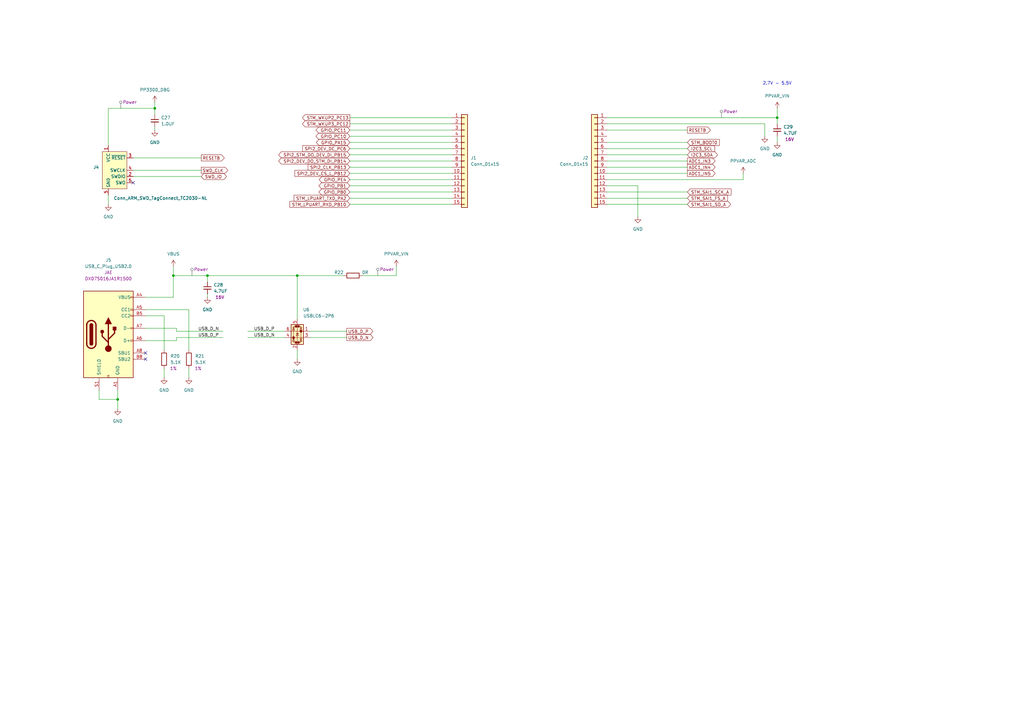
<source format=kicad_sch>
(kicad_sch
	(version 20231120)
	(generator "eeschema")
	(generator_version "8.0")
	(uuid "83f16e5a-244e-4131-82d6-5373311ea401")
	(paper "A3")
	(title_block
		(title "nRF Battery Dev Kit")
		(date "2024-02-26")
		(rev "Proto")
		(company "Clover Designs")
		(comment 1 "Brendan Bleker")
	)
	(lib_symbols
		(symbol "Connector:Conn_ARM_SWD_TagConnect_TC2030-NL"
			(exclude_from_sim no)
			(in_bom no)
			(on_board yes)
			(property "Reference" "J"
				(at 2.54 11.43 0)
				(effects
					(font
						(size 1.27 1.27)
					)
				)
			)
			(property "Value" "Conn_ARM_SWD_TagConnect_TC2030-NL"
				(at 2.54 8.89 0)
				(effects
					(font
						(size 1.27 1.27)
					)
				)
			)
			(property "Footprint" "Connector:Tag-Connect_TC2030-IDC-NL_2x03_P1.27mm_Vertical"
				(at 0 -17.78 0)
				(effects
					(font
						(size 1.27 1.27)
					)
					(hide yes)
				)
			)
			(property "Datasheet" "https://www.tag-connect.com/wp-content/uploads/bsk-pdf-manager/TC2030-CTX_1.pdf"
				(at 0 -15.24 0)
				(effects
					(font
						(size 1.27 1.27)
					)
					(hide yes)
				)
			)
			(property "Description" "Tag-Connect ARM Cortex SWD JTAG connector, 6 pin, no legs"
				(at 0 0 0)
				(effects
					(font
						(size 1.27 1.27)
					)
					(hide yes)
				)
			)
			(property "ki_keywords" "Cortex Debug Connector ARM SWD JTAG"
				(at 0 0 0)
				(effects
					(font
						(size 1.27 1.27)
					)
					(hide yes)
				)
			)
			(property "ki_fp_filters" "*TC2030*"
				(at 0 0 0)
				(effects
					(font
						(size 1.27 1.27)
					)
					(hide yes)
				)
			)
			(symbol "Conn_ARM_SWD_TagConnect_TC2030-NL_0_0"
				(pin power_in line
					(at -2.54 10.16 270)
					(length 2.54)
					(name "VCC"
						(effects
							(font
								(size 1.27 1.27)
							)
						)
					)
					(number "1"
						(effects
							(font
								(size 1.27 1.27)
							)
						)
					)
				)
				(pin bidirectional line
					(at 7.62 -2.54 180)
					(length 2.54)
					(name "SWDIO"
						(effects
							(font
								(size 1.27 1.27)
							)
						)
					)
					(number "2"
						(effects
							(font
								(size 1.27 1.27)
							)
						)
					)
					(alternate "TMS" bidirectional line)
				)
				(pin open_collector line
					(at 7.62 5.08 180)
					(length 2.54)
					(name "~{RESET}"
						(effects
							(font
								(size 1.27 1.27)
							)
						)
					)
					(number "3"
						(effects
							(font
								(size 1.27 1.27)
							)
						)
					)
				)
				(pin output line
					(at 7.62 0 180)
					(length 2.54)
					(name "SWCLK"
						(effects
							(font
								(size 1.27 1.27)
							)
						)
					)
					(number "4"
						(effects
							(font
								(size 1.27 1.27)
							)
						)
					)
					(alternate "TCK" output line)
				)
				(pin power_in line
					(at -2.54 -10.16 90)
					(length 2.54)
					(name "GND"
						(effects
							(font
								(size 1.27 1.27)
							)
						)
					)
					(number "5"
						(effects
							(font
								(size 1.27 1.27)
							)
						)
					)
				)
				(pin input line
					(at 7.62 -5.08 180)
					(length 2.54)
					(name "SWO"
						(effects
							(font
								(size 1.27 1.27)
							)
						)
					)
					(number "6"
						(effects
							(font
								(size 1.27 1.27)
							)
						)
					)
					(alternate "TDO" input line)
				)
			)
			(symbol "Conn_ARM_SWD_TagConnect_TC2030-NL_0_1"
				(rectangle
					(start -5.08 7.62)
					(end 5.08 -7.62)
					(stroke
						(width 0)
						(type default)
					)
					(fill
						(type background)
					)
				)
			)
		)
		(symbol "Connector:USB_C_Plug_USB2.0"
			(pin_names
				(offset 1.016)
			)
			(exclude_from_sim no)
			(in_bom yes)
			(on_board yes)
			(property "Reference" "P1"
				(at 0 30.48 0)
				(effects
					(font
						(size 1.27 1.27)
					)
				)
			)
			(property "Value" "USB_C_Plug_USB2.0"
				(at 0 27.94 0)
				(effects
					(font
						(size 1.27 1.27)
					)
				)
			)
			(property "Footprint" "Connector_USB:USB_C_Receptacle_JAE_DX07S016JA1R1500"
				(at 3.81 0 0)
				(effects
					(font
						(size 1.27 1.27)
					)
					(hide yes)
				)
			)
			(property "Datasheet" ""
				(at 3.81 0 0)
				(effects
					(font
						(size 1.27 1.27)
					)
					(hide yes)
				)
			)
			(property "Description" "USB 2.0-only Type-C Plug connector"
				(at 0 0 0)
				(effects
					(font
						(size 1.27 1.27)
					)
					(hide yes)
				)
			)
			(property "MFG" "JAE"
				(at 0 25.4 0)
				(effects
					(font
						(size 1.27 1.27)
					)
				)
			)
			(property "MFG_PN" "DX07S016JA1R1500"
				(at 0 22.86 0)
				(effects
					(font
						(size 1.27 1.27)
					)
				)
			)
			(property "ki_keywords" "usb universal serial bus type-C USB2.0"
				(at 0 0 0)
				(effects
					(font
						(size 1.27 1.27)
					)
					(hide yes)
				)
			)
			(property "ki_fp_filters" "USB*C*Plug*"
				(at 0 0 0)
				(effects
					(font
						(size 1.27 1.27)
					)
					(hide yes)
				)
			)
			(symbol "USB_C_Plug_USB2.0_0_0"
				(rectangle
					(start -0.254 -17.78)
					(end 0.254 -16.764)
					(stroke
						(width 0)
						(type default)
					)
					(fill
						(type none)
					)
				)
				(rectangle
					(start 10.16 -2.286)
					(end 9.144 -2.794)
					(stroke
						(width 0)
						(type default)
					)
					(fill
						(type none)
					)
				)
				(rectangle
					(start 10.16 2.794)
					(end 9.144 2.286)
					(stroke
						(width 0)
						(type default)
					)
					(fill
						(type none)
					)
				)
				(rectangle
					(start 10.16 7.874)
					(end 9.144 7.366)
					(stroke
						(width 0)
						(type default)
					)
					(fill
						(type none)
					)
				)
				(rectangle
					(start 10.16 10.414)
					(end 9.144 9.906)
					(stroke
						(width 0)
						(type default)
					)
					(fill
						(type none)
					)
				)
				(rectangle
					(start 10.16 15.494)
					(end 9.144 14.986)
					(stroke
						(width 0)
						(type default)
					)
					(fill
						(type none)
					)
				)
			)
			(symbol "USB_C_Plug_USB2.0_0_1"
				(rectangle
					(start -10.16 17.78)
					(end 10.16 -17.78)
					(stroke
						(width 0.254)
						(type default)
					)
					(fill
						(type background)
					)
				)
				(arc
					(start -8.89 -3.81)
					(mid -6.985 -5.7067)
					(end -5.08 -3.81)
					(stroke
						(width 0.508)
						(type default)
					)
					(fill
						(type none)
					)
				)
				(arc
					(start -7.62 -3.81)
					(mid -6.985 -4.4423)
					(end -6.35 -3.81)
					(stroke
						(width 0.254)
						(type default)
					)
					(fill
						(type none)
					)
				)
				(arc
					(start -7.62 -3.81)
					(mid -6.985 -4.4423)
					(end -6.35 -3.81)
					(stroke
						(width 0.254)
						(type default)
					)
					(fill
						(type outline)
					)
				)
				(rectangle
					(start -7.62 -3.81)
					(end -6.35 3.81)
					(stroke
						(width 0.254)
						(type default)
					)
					(fill
						(type outline)
					)
				)
				(arc
					(start -6.35 3.81)
					(mid -6.985 4.4423)
					(end -7.62 3.81)
					(stroke
						(width 0.254)
						(type default)
					)
					(fill
						(type none)
					)
				)
				(arc
					(start -6.35 3.81)
					(mid -6.985 4.4423)
					(end -7.62 3.81)
					(stroke
						(width 0.254)
						(type default)
					)
					(fill
						(type outline)
					)
				)
				(arc
					(start -5.08 3.81)
					(mid -6.985 5.7067)
					(end -8.89 3.81)
					(stroke
						(width 0.508)
						(type default)
					)
					(fill
						(type none)
					)
				)
				(circle
					(center -2.54 1.143)
					(radius 0.635)
					(stroke
						(width 0.254)
						(type default)
					)
					(fill
						(type outline)
					)
				)
				(circle
					(center 0 -5.842)
					(radius 1.27)
					(stroke
						(width 0)
						(type default)
					)
					(fill
						(type outline)
					)
				)
				(polyline
					(pts
						(xy -8.89 -3.81) (xy -8.89 3.81)
					)
					(stroke
						(width 0.508)
						(type default)
					)
					(fill
						(type none)
					)
				)
				(polyline
					(pts
						(xy -5.08 3.81) (xy -5.08 -3.81)
					)
					(stroke
						(width 0.508)
						(type default)
					)
					(fill
						(type none)
					)
				)
				(polyline
					(pts
						(xy 0 -5.842) (xy 0 4.318)
					)
					(stroke
						(width 0.508)
						(type default)
					)
					(fill
						(type none)
					)
				)
				(polyline
					(pts
						(xy 0 -3.302) (xy -2.54 -0.762) (xy -2.54 0.508)
					)
					(stroke
						(width 0.508)
						(type default)
					)
					(fill
						(type none)
					)
				)
				(polyline
					(pts
						(xy 0 -2.032) (xy 2.54 0.508) (xy 2.54 1.778)
					)
					(stroke
						(width 0.508)
						(type default)
					)
					(fill
						(type none)
					)
				)
				(polyline
					(pts
						(xy -1.27 4.318) (xy 0 6.858) (xy 1.27 4.318) (xy -1.27 4.318)
					)
					(stroke
						(width 0.254)
						(type default)
					)
					(fill
						(type outline)
					)
				)
				(rectangle
					(start 1.905 1.778)
					(end 3.175 3.048)
					(stroke
						(width 0.254)
						(type default)
					)
					(fill
						(type outline)
					)
				)
			)
			(symbol "USB_C_Plug_USB2.0_1_1"
				(pin passive line
					(at 3.81 -22.86 90)
					(length 5.08)
					(name "GND"
						(effects
							(font
								(size 1.27 1.27)
							)
						)
					)
					(number "A1"
						(effects
							(font
								(size 1.27 1.27)
							)
						)
					)
				)
				(pin passive line
					(at 3.81 -22.86 90)
					(length 5.08) hide
					(name "GND"
						(effects
							(font
								(size 1.27 1.27)
							)
						)
					)
					(number "A12"
						(effects
							(font
								(size 1.27 1.27)
							)
						)
					)
				)
				(pin passive line
					(at 15.24 15.24 180)
					(length 5.08)
					(name "VBUS"
						(effects
							(font
								(size 1.27 1.27)
							)
						)
					)
					(number "A4"
						(effects
							(font
								(size 1.27 1.27)
							)
						)
					)
				)
				(pin bidirectional line
					(at 15.24 10.16 180)
					(length 5.08)
					(name "CC1"
						(effects
							(font
								(size 1.27 1.27)
							)
						)
					)
					(number "A5"
						(effects
							(font
								(size 1.27 1.27)
							)
						)
					)
				)
				(pin bidirectional line
					(at 15.24 -2.54 180)
					(length 5.08)
					(name "D+"
						(effects
							(font
								(size 1.27 1.27)
							)
						)
					)
					(number "A6"
						(effects
							(font
								(size 1.27 1.27)
							)
						)
					)
				)
				(pin bidirectional line
					(at 15.24 2.54 180)
					(length 5.08)
					(name "D-"
						(effects
							(font
								(size 1.27 1.27)
							)
						)
					)
					(number "A7"
						(effects
							(font
								(size 1.27 1.27)
							)
						)
					)
				)
				(pin bidirectional line
					(at 15.24 -7.62 180)
					(length 5.08)
					(name "SBU1"
						(effects
							(font
								(size 1.27 1.27)
							)
						)
					)
					(number "A8"
						(effects
							(font
								(size 1.27 1.27)
							)
						)
					)
				)
				(pin passive line
					(at 15.24 15.24 180)
					(length 5.08) hide
					(name "VBUS"
						(effects
							(font
								(size 1.27 1.27)
							)
						)
					)
					(number "A9"
						(effects
							(font
								(size 1.27 1.27)
							)
						)
					)
				)
				(pin passive line
					(at 3.81 -22.86 90)
					(length 5.08) hide
					(name "GND"
						(effects
							(font
								(size 1.27 1.27)
							)
						)
					)
					(number "B1"
						(effects
							(font
								(size 1.27 1.27)
							)
						)
					)
				)
				(pin passive line
					(at 3.81 -22.86 90)
					(length 5.08) hide
					(name "GND"
						(effects
							(font
								(size 1.27 1.27)
							)
						)
					)
					(number "B12"
						(effects
							(font
								(size 1.27 1.27)
							)
						)
					)
				)
				(pin passive line
					(at 15.24 15.24 180)
					(length 5.08) hide
					(name "VBUS"
						(effects
							(font
								(size 1.27 1.27)
							)
						)
					)
					(number "B4"
						(effects
							(font
								(size 1.27 1.27)
							)
						)
					)
				)
				(pin bidirectional line
					(at 15.24 7.62 180)
					(length 5.08)
					(name "CC2"
						(effects
							(font
								(size 1.27 1.27)
							)
						)
					)
					(number "B5"
						(effects
							(font
								(size 1.27 1.27)
							)
						)
					)
				)
				(pin bidirectional line
					(at 15.24 -2.54 180)
					(length 5.08) hide
					(name "D+"
						(effects
							(font
								(size 1.27 1.27)
							)
						)
					)
					(number "B6"
						(effects
							(font
								(size 1.27 1.27)
							)
						)
					)
				)
				(pin bidirectional line
					(at 15.24 2.54 180)
					(length 5.08) hide
					(name "D-"
						(effects
							(font
								(size 1.27 1.27)
							)
						)
					)
					(number "B7"
						(effects
							(font
								(size 1.27 1.27)
							)
						)
					)
				)
				(pin bidirectional line
					(at 15.24 -10.16 180)
					(length 5.08)
					(name "SBU2"
						(effects
							(font
								(size 1.27 1.27)
							)
						)
					)
					(number "B8"
						(effects
							(font
								(size 1.27 1.27)
							)
						)
					)
				)
				(pin passive line
					(at 15.24 15.24 180)
					(length 5.08) hide
					(name "VBUS"
						(effects
							(font
								(size 1.27 1.27)
							)
						)
					)
					(number "B9"
						(effects
							(font
								(size 1.27 1.27)
							)
						)
					)
				)
				(pin passive line
					(at -3.81 -22.86 90)
					(length 5.08)
					(name "SHIELD"
						(effects
							(font
								(size 1.27 1.27)
							)
						)
					)
					(number "S1"
						(effects
							(font
								(size 1.27 1.27)
							)
						)
					)
				)
			)
		)
		(symbol "Connector_Generic:Conn_01x15"
			(pin_names
				(offset 1.016) hide)
			(exclude_from_sim no)
			(in_bom yes)
			(on_board yes)
			(property "Reference" "J"
				(at 0 20.32 0)
				(effects
					(font
						(size 1.27 1.27)
					)
				)
			)
			(property "Value" "Conn_01x15"
				(at 0 -20.32 0)
				(effects
					(font
						(size 1.27 1.27)
					)
				)
			)
			(property "Footprint" ""
				(at 0 0 0)
				(effects
					(font
						(size 1.27 1.27)
					)
					(hide yes)
				)
			)
			(property "Datasheet" "~"
				(at 0 0 0)
				(effects
					(font
						(size 1.27 1.27)
					)
					(hide yes)
				)
			)
			(property "Description" "Generic connector, single row, 01x15, script generated (kicad-library-utils/schlib/autogen/connector/)"
				(at 0 0 0)
				(effects
					(font
						(size 1.27 1.27)
					)
					(hide yes)
				)
			)
			(property "ki_keywords" "connector"
				(at 0 0 0)
				(effects
					(font
						(size 1.27 1.27)
					)
					(hide yes)
				)
			)
			(property "ki_fp_filters" "Connector*:*_1x??_*"
				(at 0 0 0)
				(effects
					(font
						(size 1.27 1.27)
					)
					(hide yes)
				)
			)
			(symbol "Conn_01x15_1_1"
				(rectangle
					(start -1.27 -17.653)
					(end 0 -17.907)
					(stroke
						(width 0.1524)
						(type default)
					)
					(fill
						(type none)
					)
				)
				(rectangle
					(start -1.27 -15.113)
					(end 0 -15.367)
					(stroke
						(width 0.1524)
						(type default)
					)
					(fill
						(type none)
					)
				)
				(rectangle
					(start -1.27 -12.573)
					(end 0 -12.827)
					(stroke
						(width 0.1524)
						(type default)
					)
					(fill
						(type none)
					)
				)
				(rectangle
					(start -1.27 -10.033)
					(end 0 -10.287)
					(stroke
						(width 0.1524)
						(type default)
					)
					(fill
						(type none)
					)
				)
				(rectangle
					(start -1.27 -7.493)
					(end 0 -7.747)
					(stroke
						(width 0.1524)
						(type default)
					)
					(fill
						(type none)
					)
				)
				(rectangle
					(start -1.27 -4.953)
					(end 0 -5.207)
					(stroke
						(width 0.1524)
						(type default)
					)
					(fill
						(type none)
					)
				)
				(rectangle
					(start -1.27 -2.413)
					(end 0 -2.667)
					(stroke
						(width 0.1524)
						(type default)
					)
					(fill
						(type none)
					)
				)
				(rectangle
					(start -1.27 0.127)
					(end 0 -0.127)
					(stroke
						(width 0.1524)
						(type default)
					)
					(fill
						(type none)
					)
				)
				(rectangle
					(start -1.27 2.667)
					(end 0 2.413)
					(stroke
						(width 0.1524)
						(type default)
					)
					(fill
						(type none)
					)
				)
				(rectangle
					(start -1.27 5.207)
					(end 0 4.953)
					(stroke
						(width 0.1524)
						(type default)
					)
					(fill
						(type none)
					)
				)
				(rectangle
					(start -1.27 7.747)
					(end 0 7.493)
					(stroke
						(width 0.1524)
						(type default)
					)
					(fill
						(type none)
					)
				)
				(rectangle
					(start -1.27 10.287)
					(end 0 10.033)
					(stroke
						(width 0.1524)
						(type default)
					)
					(fill
						(type none)
					)
				)
				(rectangle
					(start -1.27 12.827)
					(end 0 12.573)
					(stroke
						(width 0.1524)
						(type default)
					)
					(fill
						(type none)
					)
				)
				(rectangle
					(start -1.27 15.367)
					(end 0 15.113)
					(stroke
						(width 0.1524)
						(type default)
					)
					(fill
						(type none)
					)
				)
				(rectangle
					(start -1.27 17.907)
					(end 0 17.653)
					(stroke
						(width 0.1524)
						(type default)
					)
					(fill
						(type none)
					)
				)
				(rectangle
					(start -1.27 19.05)
					(end 1.27 -19.05)
					(stroke
						(width 0.254)
						(type default)
					)
					(fill
						(type background)
					)
				)
				(pin passive line
					(at -5.08 17.78 0)
					(length 3.81)
					(name "Pin_1"
						(effects
							(font
								(size 1.27 1.27)
							)
						)
					)
					(number "1"
						(effects
							(font
								(size 1.27 1.27)
							)
						)
					)
				)
				(pin passive line
					(at -5.08 -5.08 0)
					(length 3.81)
					(name "Pin_10"
						(effects
							(font
								(size 1.27 1.27)
							)
						)
					)
					(number "10"
						(effects
							(font
								(size 1.27 1.27)
							)
						)
					)
				)
				(pin passive line
					(at -5.08 -7.62 0)
					(length 3.81)
					(name "Pin_11"
						(effects
							(font
								(size 1.27 1.27)
							)
						)
					)
					(number "11"
						(effects
							(font
								(size 1.27 1.27)
							)
						)
					)
				)
				(pin passive line
					(at -5.08 -10.16 0)
					(length 3.81)
					(name "Pin_12"
						(effects
							(font
								(size 1.27 1.27)
							)
						)
					)
					(number "12"
						(effects
							(font
								(size 1.27 1.27)
							)
						)
					)
				)
				(pin passive line
					(at -5.08 -12.7 0)
					(length 3.81)
					(name "Pin_13"
						(effects
							(font
								(size 1.27 1.27)
							)
						)
					)
					(number "13"
						(effects
							(font
								(size 1.27 1.27)
							)
						)
					)
				)
				(pin passive line
					(at -5.08 -15.24 0)
					(length 3.81)
					(name "Pin_14"
						(effects
							(font
								(size 1.27 1.27)
							)
						)
					)
					(number "14"
						(effects
							(font
								(size 1.27 1.27)
							)
						)
					)
				)
				(pin passive line
					(at -5.08 -17.78 0)
					(length 3.81)
					(name "Pin_15"
						(effects
							(font
								(size 1.27 1.27)
							)
						)
					)
					(number "15"
						(effects
							(font
								(size 1.27 1.27)
							)
						)
					)
				)
				(pin passive line
					(at -5.08 15.24 0)
					(length 3.81)
					(name "Pin_2"
						(effects
							(font
								(size 1.27 1.27)
							)
						)
					)
					(number "2"
						(effects
							(font
								(size 1.27 1.27)
							)
						)
					)
				)
				(pin passive line
					(at -5.08 12.7 0)
					(length 3.81)
					(name "Pin_3"
						(effects
							(font
								(size 1.27 1.27)
							)
						)
					)
					(number "3"
						(effects
							(font
								(size 1.27 1.27)
							)
						)
					)
				)
				(pin passive line
					(at -5.08 10.16 0)
					(length 3.81)
					(name "Pin_4"
						(effects
							(font
								(size 1.27 1.27)
							)
						)
					)
					(number "4"
						(effects
							(font
								(size 1.27 1.27)
							)
						)
					)
				)
				(pin passive line
					(at -5.08 7.62 0)
					(length 3.81)
					(name "Pin_5"
						(effects
							(font
								(size 1.27 1.27)
							)
						)
					)
					(number "5"
						(effects
							(font
								(size 1.27 1.27)
							)
						)
					)
				)
				(pin passive line
					(at -5.08 5.08 0)
					(length 3.81)
					(name "Pin_6"
						(effects
							(font
								(size 1.27 1.27)
							)
						)
					)
					(number "6"
						(effects
							(font
								(size 1.27 1.27)
							)
						)
					)
				)
				(pin passive line
					(at -5.08 2.54 0)
					(length 3.81)
					(name "Pin_7"
						(effects
							(font
								(size 1.27 1.27)
							)
						)
					)
					(number "7"
						(effects
							(font
								(size 1.27 1.27)
							)
						)
					)
				)
				(pin passive line
					(at -5.08 0 0)
					(length 3.81)
					(name "Pin_8"
						(effects
							(font
								(size 1.27 1.27)
							)
						)
					)
					(number "8"
						(effects
							(font
								(size 1.27 1.27)
							)
						)
					)
				)
				(pin passive line
					(at -5.08 -2.54 0)
					(length 3.81)
					(name "Pin_9"
						(effects
							(font
								(size 1.27 1.27)
							)
						)
					)
					(number "9"
						(effects
							(font
								(size 1.27 1.27)
							)
						)
					)
				)
			)
		)
		(symbol "Device:C_Small"
			(pin_numbers hide)
			(pin_names
				(offset 0.254) hide)
			(exclude_from_sim no)
			(in_bom yes)
			(on_board yes)
			(property "Reference" "C"
				(at 0.254 1.778 0)
				(effects
					(font
						(size 1.27 1.27)
					)
					(justify left)
				)
			)
			(property "Value" "C_Small"
				(at 0.254 -2.032 0)
				(effects
					(font
						(size 1.27 1.27)
					)
					(justify left)
				)
			)
			(property "Footprint" ""
				(at 0 0 0)
				(effects
					(font
						(size 1.27 1.27)
					)
					(hide yes)
				)
			)
			(property "Datasheet" "~"
				(at 0 0 0)
				(effects
					(font
						(size 1.27 1.27)
					)
					(hide yes)
				)
			)
			(property "Description" "Unpolarized capacitor, small symbol"
				(at 0 0 0)
				(effects
					(font
						(size 1.27 1.27)
					)
					(hide yes)
				)
			)
			(property "ki_keywords" "capacitor cap"
				(at 0 0 0)
				(effects
					(font
						(size 1.27 1.27)
					)
					(hide yes)
				)
			)
			(property "ki_fp_filters" "C_*"
				(at 0 0 0)
				(effects
					(font
						(size 1.27 1.27)
					)
					(hide yes)
				)
			)
			(symbol "C_Small_0_1"
				(polyline
					(pts
						(xy -1.524 -0.508) (xy 1.524 -0.508)
					)
					(stroke
						(width 0.3302)
						(type default)
					)
					(fill
						(type none)
					)
				)
				(polyline
					(pts
						(xy -1.524 0.508) (xy 1.524 0.508)
					)
					(stroke
						(width 0.3048)
						(type default)
					)
					(fill
						(type none)
					)
				)
			)
			(symbol "C_Small_1_1"
				(pin passive line
					(at 0 2.54 270)
					(length 2.032)
					(name "~"
						(effects
							(font
								(size 1.27 1.27)
							)
						)
					)
					(number "1"
						(effects
							(font
								(size 1.27 1.27)
							)
						)
					)
				)
				(pin passive line
					(at 0 -2.54 90)
					(length 2.032)
					(name "~"
						(effects
							(font
								(size 1.27 1.27)
							)
						)
					)
					(number "2"
						(effects
							(font
								(size 1.27 1.27)
							)
						)
					)
				)
			)
		)
		(symbol "Device:R"
			(pin_numbers hide)
			(pin_names
				(offset 0)
			)
			(exclude_from_sim no)
			(in_bom yes)
			(on_board yes)
			(property "Reference" "R"
				(at 2.032 0 90)
				(effects
					(font
						(size 1.27 1.27)
					)
				)
			)
			(property "Value" "R"
				(at 0 0 90)
				(effects
					(font
						(size 1.27 1.27)
					)
				)
			)
			(property "Footprint" ""
				(at -1.778 0 90)
				(effects
					(font
						(size 1.27 1.27)
					)
					(hide yes)
				)
			)
			(property "Datasheet" "~"
				(at 0 0 0)
				(effects
					(font
						(size 1.27 1.27)
					)
					(hide yes)
				)
			)
			(property "Description" "Resistor"
				(at 0 0 0)
				(effects
					(font
						(size 1.27 1.27)
					)
					(hide yes)
				)
			)
			(property "ki_keywords" "R res resistor"
				(at 0 0 0)
				(effects
					(font
						(size 1.27 1.27)
					)
					(hide yes)
				)
			)
			(property "ki_fp_filters" "R_*"
				(at 0 0 0)
				(effects
					(font
						(size 1.27 1.27)
					)
					(hide yes)
				)
			)
			(symbol "R_0_1"
				(rectangle
					(start -1.016 -2.54)
					(end 1.016 2.54)
					(stroke
						(width 0.254)
						(type default)
					)
					(fill
						(type none)
					)
				)
			)
			(symbol "R_1_1"
				(pin passive line
					(at 0 3.81 270)
					(length 1.27)
					(name "~"
						(effects
							(font
								(size 1.27 1.27)
							)
						)
					)
					(number "1"
						(effects
							(font
								(size 1.27 1.27)
							)
						)
					)
				)
				(pin passive line
					(at 0 -3.81 90)
					(length 1.27)
					(name "~"
						(effects
							(font
								(size 1.27 1.27)
							)
						)
					)
					(number "2"
						(effects
							(font
								(size 1.27 1.27)
							)
						)
					)
				)
			)
		)
		(symbol "Power_Protection:USBLC6-2P6"
			(pin_names hide)
			(exclude_from_sim no)
			(in_bom yes)
			(on_board yes)
			(property "Reference" "U"
				(at 0.635 5.715 0)
				(effects
					(font
						(size 1.27 1.27)
					)
					(justify left)
				)
			)
			(property "Value" "USBLC6-2P6"
				(at 0.635 3.81 0)
				(effects
					(font
						(size 1.27 1.27)
					)
					(justify left)
				)
			)
			(property "Footprint" "Package_TO_SOT_SMD:SOT-666"
				(at 1.016 -6.731 0)
				(effects
					(font
						(size 1.27 1.27)
						(italic yes)
					)
					(justify left)
					(hide yes)
				)
			)
			(property "Datasheet" "https://www.st.com/resource/en/datasheet/usblc6-2.pdf"
				(at 1.016 -8.636 0)
				(effects
					(font
						(size 1.27 1.27)
					)
					(justify left)
					(hide yes)
				)
			)
			(property "Description" "Very low capacitance ESD protection diode, 2 data-line, SOT-666"
				(at 0 0 0)
				(effects
					(font
						(size 1.27 1.27)
					)
					(hide yes)
				)
			)
			(property "ki_keywords" "usb ethernet video"
				(at 0 0 0)
				(effects
					(font
						(size 1.27 1.27)
					)
					(hide yes)
				)
			)
			(property "ki_fp_filters" "SOT?666*"
				(at 0 0 0)
				(effects
					(font
						(size 1.27 1.27)
					)
					(hide yes)
				)
			)
			(symbol "USBLC6-2P6_0_0"
				(circle
					(center -1.524 0)
					(radius 0.0001)
					(stroke
						(width 0.508)
						(type default)
					)
					(fill
						(type none)
					)
				)
				(circle
					(center -0.508 -4.572)
					(radius 0.0001)
					(stroke
						(width 0.508)
						(type default)
					)
					(fill
						(type none)
					)
				)
				(circle
					(center -0.508 2.032)
					(radius 0.0001)
					(stroke
						(width 0.508)
						(type default)
					)
					(fill
						(type none)
					)
				)
				(circle
					(center 0.508 -4.572)
					(radius 0.0001)
					(stroke
						(width 0.508)
						(type default)
					)
					(fill
						(type none)
					)
				)
				(circle
					(center 0.508 2.032)
					(radius 0.0001)
					(stroke
						(width 0.508)
						(type default)
					)
					(fill
						(type none)
					)
				)
				(circle
					(center 1.524 -2.54)
					(radius 0.0001)
					(stroke
						(width 0.508)
						(type default)
					)
					(fill
						(type none)
					)
				)
			)
			(symbol "USBLC6-2P6_0_1"
				(polyline
					(pts
						(xy -2.54 -2.54) (xy 2.54 -2.54)
					)
					(stroke
						(width 0)
						(type default)
					)
					(fill
						(type none)
					)
				)
				(polyline
					(pts
						(xy -2.54 0) (xy 2.54 0)
					)
					(stroke
						(width 0)
						(type default)
					)
					(fill
						(type none)
					)
				)
				(polyline
					(pts
						(xy -2.032 -3.048) (xy -1.016 -3.048)
					)
					(stroke
						(width 0)
						(type default)
					)
					(fill
						(type none)
					)
				)
				(polyline
					(pts
						(xy -1.016 1.524) (xy -2.032 1.524)
					)
					(stroke
						(width 0)
						(type default)
					)
					(fill
						(type none)
					)
				)
				(polyline
					(pts
						(xy 1.016 -3.048) (xy 2.032 -3.048)
					)
					(stroke
						(width 0)
						(type default)
					)
					(fill
						(type none)
					)
				)
				(polyline
					(pts
						(xy 1.016 1.524) (xy 2.032 1.524)
					)
					(stroke
						(width 0)
						(type default)
					)
					(fill
						(type none)
					)
				)
				(polyline
					(pts
						(xy -0.508 -1.143) (xy -0.508 -0.762) (xy 0.508 -0.762)
					)
					(stroke
						(width 0)
						(type default)
					)
					(fill
						(type none)
					)
				)
				(polyline
					(pts
						(xy -2.032 0.508) (xy -1.016 0.508) (xy -1.524 1.524) (xy -2.032 0.508)
					)
					(stroke
						(width 0)
						(type default)
					)
					(fill
						(type none)
					)
				)
				(polyline
					(pts
						(xy -1.016 -4.064) (xy -2.032 -4.064) (xy -1.524 -3.048) (xy -1.016 -4.064)
					)
					(stroke
						(width 0)
						(type default)
					)
					(fill
						(type none)
					)
				)
				(polyline
					(pts
						(xy 0.508 -1.778) (xy -0.508 -1.778) (xy 0 -0.762) (xy 0.508 -1.778)
					)
					(stroke
						(width 0)
						(type default)
					)
					(fill
						(type none)
					)
				)
				(polyline
					(pts
						(xy 2.032 -4.064) (xy 1.016 -4.064) (xy 1.524 -3.048) (xy 2.032 -4.064)
					)
					(stroke
						(width 0)
						(type default)
					)
					(fill
						(type none)
					)
				)
				(polyline
					(pts
						(xy 2.032 0.508) (xy 1.016 0.508) (xy 1.524 1.524) (xy 2.032 0.508)
					)
					(stroke
						(width 0)
						(type default)
					)
					(fill
						(type none)
					)
				)
				(polyline
					(pts
						(xy 0 2.54) (xy -0.508 2.032) (xy 0.508 2.032) (xy 0 1.524) (xy 0 -4.064) (xy -0.508 -4.572) (xy 0.508 -4.572)
						(xy 0 -5.08)
					)
					(stroke
						(width 0)
						(type default)
					)
					(fill
						(type none)
					)
				)
			)
			(symbol "USBLC6-2P6_1_1"
				(rectangle
					(start -2.54 2.794)
					(end 2.54 -5.334)
					(stroke
						(width 0.254)
						(type default)
					)
					(fill
						(type background)
					)
				)
				(polyline
					(pts
						(xy -0.508 2.032) (xy -1.524 2.032) (xy -1.524 -4.572) (xy -0.508 -4.572)
					)
					(stroke
						(width 0)
						(type default)
					)
					(fill
						(type none)
					)
				)
				(polyline
					(pts
						(xy 0.508 -4.572) (xy 1.524 -4.572) (xy 1.524 2.032) (xy 0.508 2.032)
					)
					(stroke
						(width 0)
						(type default)
					)
					(fill
						(type none)
					)
				)
				(pin passive line
					(at -5.08 0 0)
					(length 2.54)
					(name "I/O1"
						(effects
							(font
								(size 1.27 1.27)
							)
						)
					)
					(number "1"
						(effects
							(font
								(size 1.27 1.27)
							)
						)
					)
				)
				(pin passive line
					(at 0 -7.62 90)
					(length 2.54)
					(name "GND"
						(effects
							(font
								(size 1.27 1.27)
							)
						)
					)
					(number "2"
						(effects
							(font
								(size 1.27 1.27)
							)
						)
					)
				)
				(pin passive line
					(at -5.08 -2.54 0)
					(length 2.54)
					(name "I/O2"
						(effects
							(font
								(size 1.27 1.27)
							)
						)
					)
					(number "3"
						(effects
							(font
								(size 1.27 1.27)
							)
						)
					)
				)
				(pin passive line
					(at 5.08 -2.54 180)
					(length 2.54)
					(name "I/O2"
						(effects
							(font
								(size 1.27 1.27)
							)
						)
					)
					(number "4"
						(effects
							(font
								(size 1.27 1.27)
							)
						)
					)
				)
				(pin passive line
					(at 0 5.08 270)
					(length 2.54)
					(name "VBUS"
						(effects
							(font
								(size 1.27 1.27)
							)
						)
					)
					(number "5"
						(effects
							(font
								(size 1.27 1.27)
							)
						)
					)
				)
				(pin passive line
					(at 5.08 0 180)
					(length 2.54)
					(name "I/O1"
						(effects
							(font
								(size 1.27 1.27)
							)
						)
					)
					(number "6"
						(effects
							(font
								(size 1.27 1.27)
							)
						)
					)
				)
			)
		)
		(symbol "power:GND"
			(power)
			(pin_numbers hide)
			(pin_names
				(offset 0) hide)
			(exclude_from_sim no)
			(in_bom yes)
			(on_board yes)
			(property "Reference" "#PWR"
				(at 0 -6.35 0)
				(effects
					(font
						(size 1.27 1.27)
					)
					(hide yes)
				)
			)
			(property "Value" "GND"
				(at 0 -3.81 0)
				(effects
					(font
						(size 1.27 1.27)
					)
				)
			)
			(property "Footprint" ""
				(at 0 0 0)
				(effects
					(font
						(size 1.27 1.27)
					)
					(hide yes)
				)
			)
			(property "Datasheet" ""
				(at 0 0 0)
				(effects
					(font
						(size 1.27 1.27)
					)
					(hide yes)
				)
			)
			(property "Description" "Power symbol creates a global label with name \"GND\" , ground"
				(at 0 0 0)
				(effects
					(font
						(size 1.27 1.27)
					)
					(hide yes)
				)
			)
			(property "ki_keywords" "global power"
				(at 0 0 0)
				(effects
					(font
						(size 1.27 1.27)
					)
					(hide yes)
				)
			)
			(symbol "GND_0_1"
				(polyline
					(pts
						(xy 0 0) (xy 0 -1.27) (xy 1.27 -1.27) (xy 0 -2.54) (xy -1.27 -1.27) (xy 0 -1.27)
					)
					(stroke
						(width 0)
						(type default)
					)
					(fill
						(type none)
					)
				)
			)
			(symbol "GND_1_1"
				(pin power_in line
					(at 0 0 270)
					(length 0)
					(name "~"
						(effects
							(font
								(size 1.27 1.27)
							)
						)
					)
					(number "1"
						(effects
							(font
								(size 1.27 1.27)
							)
						)
					)
				)
			)
		)
		(symbol "power:VBUS"
			(power)
			(pin_numbers hide)
			(pin_names
				(offset 0) hide)
			(exclude_from_sim no)
			(in_bom yes)
			(on_board yes)
			(property "Reference" "#PWR"
				(at 0 -3.81 0)
				(effects
					(font
						(size 1.27 1.27)
					)
					(hide yes)
				)
			)
			(property "Value" "VBUS"
				(at 0 3.556 0)
				(effects
					(font
						(size 1.27 1.27)
					)
				)
			)
			(property "Footprint" ""
				(at 0 0 0)
				(effects
					(font
						(size 1.27 1.27)
					)
					(hide yes)
				)
			)
			(property "Datasheet" ""
				(at 0 0 0)
				(effects
					(font
						(size 1.27 1.27)
					)
					(hide yes)
				)
			)
			(property "Description" "Power symbol creates a global label with name \"VBUS\""
				(at 0 0 0)
				(effects
					(font
						(size 1.27 1.27)
					)
					(hide yes)
				)
			)
			(property "ki_keywords" "global power"
				(at 0 0 0)
				(effects
					(font
						(size 1.27 1.27)
					)
					(hide yes)
				)
			)
			(symbol "VBUS_0_1"
				(polyline
					(pts
						(xy -0.762 1.27) (xy 0 2.54)
					)
					(stroke
						(width 0)
						(type default)
					)
					(fill
						(type none)
					)
				)
				(polyline
					(pts
						(xy 0 0) (xy 0 2.54)
					)
					(stroke
						(width 0)
						(type default)
					)
					(fill
						(type none)
					)
				)
				(polyline
					(pts
						(xy 0 2.54) (xy 0.762 1.27)
					)
					(stroke
						(width 0)
						(type default)
					)
					(fill
						(type none)
					)
				)
			)
			(symbol "VBUS_1_1"
				(pin power_in line
					(at 0 0 90)
					(length 0)
					(name "~"
						(effects
							(font
								(size 1.27 1.27)
							)
						)
					)
					(number "1"
						(effects
							(font
								(size 1.27 1.27)
							)
						)
					)
				)
			)
		)
		(symbol "power:VCC"
			(power)
			(pin_numbers hide)
			(pin_names
				(offset 0) hide)
			(exclude_from_sim no)
			(in_bom yes)
			(on_board yes)
			(property "Reference" "#PWR"
				(at 0 -3.81 0)
				(effects
					(font
						(size 1.27 1.27)
					)
					(hide yes)
				)
			)
			(property "Value" "VCC"
				(at 0 3.556 0)
				(effects
					(font
						(size 1.27 1.27)
					)
				)
			)
			(property "Footprint" ""
				(at 0 0 0)
				(effects
					(font
						(size 1.27 1.27)
					)
					(hide yes)
				)
			)
			(property "Datasheet" ""
				(at 0 0 0)
				(effects
					(font
						(size 1.27 1.27)
					)
					(hide yes)
				)
			)
			(property "Description" "Power symbol creates a global label with name \"VCC\""
				(at 0 0 0)
				(effects
					(font
						(size 1.27 1.27)
					)
					(hide yes)
				)
			)
			(property "ki_keywords" "global power"
				(at 0 0 0)
				(effects
					(font
						(size 1.27 1.27)
					)
					(hide yes)
				)
			)
			(symbol "VCC_0_1"
				(polyline
					(pts
						(xy -0.762 1.27) (xy 0 2.54)
					)
					(stroke
						(width 0)
						(type default)
					)
					(fill
						(type none)
					)
				)
				(polyline
					(pts
						(xy 0 0) (xy 0 2.54)
					)
					(stroke
						(width 0)
						(type default)
					)
					(fill
						(type none)
					)
				)
				(polyline
					(pts
						(xy 0 2.54) (xy 0.762 1.27)
					)
					(stroke
						(width 0)
						(type default)
					)
					(fill
						(type none)
					)
				)
			)
			(symbol "VCC_1_1"
				(pin power_in line
					(at 0 0 90)
					(length 0)
					(name "~"
						(effects
							(font
								(size 1.27 1.27)
							)
						)
					)
					(number "1"
						(effects
							(font
								(size 1.27 1.27)
							)
						)
					)
				)
			)
		)
	)
	(junction
		(at 71.12 113.03)
		(diameter 0)
		(color 0 0 0 0)
		(uuid "60aa8a4c-f180-44cd-8d5f-80dfcb1de22b")
	)
	(junction
		(at 48.26 163.83)
		(diameter 0)
		(color 0 0 0 0)
		(uuid "968671ec-ce79-4914-9689-636ad4a24731")
	)
	(junction
		(at 85.09 113.03)
		(diameter 0)
		(color 0 0 0 0)
		(uuid "b8eb9f79-34fb-4606-bb3e-6fdd89a727f0")
	)
	(junction
		(at 63.5 44.45)
		(diameter 0)
		(color 0 0 0 0)
		(uuid "b966cef8-d0b0-4520-a603-afe4a0e3e2c9")
	)
	(junction
		(at 318.77 48.26)
		(diameter 0)
		(color 0 0 0 0)
		(uuid "c18114be-819c-4a84-9836-60e925ae5aee")
	)
	(junction
		(at 121.92 113.03)
		(diameter 0)
		(color 0 0 0 0)
		(uuid "f8ab4832-9ded-4200-a9a8-069bc283a0bb")
	)
	(no_connect
		(at 54.61 74.93)
		(uuid "3ae2dd37-9a39-4681-afa3-c586f881a673")
	)
	(no_connect
		(at 59.69 147.32)
		(uuid "5b37397b-c2bd-49f6-92b3-e4df5508d2a2")
	)
	(no_connect
		(at 59.69 144.78)
		(uuid "c9ac4a85-6f97-4a3c-ab98-244944d5a2d2")
	)
	(wire
		(pts
			(xy 313.69 50.8) (xy 313.69 55.88)
		)
		(stroke
			(width 0)
			(type default)
		)
		(uuid "004e1e58-f802-42a1-9dc9-6f6ffb8429d5")
	)
	(wire
		(pts
			(xy 85.09 113.03) (xy 121.92 113.03)
		)
		(stroke
			(width 0)
			(type default)
		)
		(uuid "01becdd7-7039-4964-b32e-cf8d1a695574")
	)
	(wire
		(pts
			(xy 185.42 68.58) (xy 143.51 68.58)
		)
		(stroke
			(width 0)
			(type default)
		)
		(uuid "07f62f90-64fc-490e-8517-0a415e34b6ad")
	)
	(wire
		(pts
			(xy 248.92 78.74) (xy 281.94 78.74)
		)
		(stroke
			(width 0)
			(type default)
		)
		(uuid "0c87f339-6688-40c2-aa9f-1c4fcec7aaec")
	)
	(wire
		(pts
			(xy 121.92 143.51) (xy 121.92 147.32)
		)
		(stroke
			(width 0)
			(type default)
		)
		(uuid "107853be-c783-43fe-b829-b3abb12b2e06")
	)
	(wire
		(pts
			(xy 71.12 113.03) (xy 71.12 121.92)
		)
		(stroke
			(width 0)
			(type default)
		)
		(uuid "11d48720-fbe4-41cf-a187-4d2e81458169")
	)
	(wire
		(pts
			(xy 185.42 76.2) (xy 143.51 76.2)
		)
		(stroke
			(width 0)
			(type default)
		)
		(uuid "134ea11f-2146-41b1-a35f-7af90e1c03fe")
	)
	(wire
		(pts
			(xy 127 135.89) (xy 142.24 135.89)
		)
		(stroke
			(width 0)
			(type default)
		)
		(uuid "1626b50c-840b-4ff9-b661-a46d8200c5a4")
	)
	(wire
		(pts
			(xy 185.42 48.26) (xy 143.51 48.26)
		)
		(stroke
			(width 0)
			(type default)
		)
		(uuid "16eae93f-5d06-4de6-b7c4-5815bcee6d0d")
	)
	(wire
		(pts
			(xy 85.09 115.57) (xy 85.09 113.03)
		)
		(stroke
			(width 0)
			(type default)
		)
		(uuid "1b9a93ad-fd4c-453d-bee4-3717d38dd52b")
	)
	(wire
		(pts
			(xy 77.47 127) (xy 77.47 143.51)
		)
		(stroke
			(width 0)
			(type default)
		)
		(uuid "1f4feba1-01e4-4f97-9a7b-d126f218bb42")
	)
	(wire
		(pts
			(xy 44.45 44.45) (xy 44.45 59.69)
		)
		(stroke
			(width 0)
			(type default)
		)
		(uuid "21857b82-db7c-4bf3-a5c6-bd875d494c05")
	)
	(wire
		(pts
			(xy 67.31 129.54) (xy 67.31 143.51)
		)
		(stroke
			(width 0)
			(type default)
		)
		(uuid "238263f8-ca3b-4988-a92f-3ca907a6e009")
	)
	(wire
		(pts
			(xy 248.92 66.04) (xy 281.94 66.04)
		)
		(stroke
			(width 0)
			(type default)
		)
		(uuid "2534d634-2772-4c8f-8f10-14f9d67eb4ef")
	)
	(wire
		(pts
			(xy 54.61 64.77) (xy 82.55 64.77)
		)
		(stroke
			(width 0)
			(type default)
		)
		(uuid "276c78d2-99a1-4069-938e-9261e2962b6f")
	)
	(wire
		(pts
			(xy 304.8 71.12) (xy 304.8 73.66)
		)
		(stroke
			(width 0)
			(type default)
		)
		(uuid "2b7ee988-b816-46bb-86d9-7c11884d24b2")
	)
	(wire
		(pts
			(xy 67.31 151.13) (xy 67.31 154.94)
		)
		(stroke
			(width 0)
			(type default)
		)
		(uuid "2ce9ecc3-2b72-481f-847b-1fa51d0e2884")
	)
	(wire
		(pts
			(xy 72.39 134.62) (xy 59.69 134.62)
		)
		(stroke
			(width 0)
			(type default)
		)
		(uuid "2d3783b6-6eca-48d4-b6d2-cfe967cfa8da")
	)
	(wire
		(pts
			(xy 185.42 71.12) (xy 143.51 71.12)
		)
		(stroke
			(width 0)
			(type default)
		)
		(uuid "2df3ba92-9499-407a-b215-2a08f44fe2c2")
	)
	(wire
		(pts
			(xy 185.42 60.96) (xy 143.51 60.96)
		)
		(stroke
			(width 0)
			(type default)
		)
		(uuid "311dd79d-234a-4c08-b95d-a39c1315c121")
	)
	(wire
		(pts
			(xy 185.42 78.74) (xy 143.51 78.74)
		)
		(stroke
			(width 0)
			(type default)
		)
		(uuid "39b48450-5bff-4a4e-991f-b8a3a1396acd")
	)
	(wire
		(pts
			(xy 72.39 135.89) (xy 91.44 135.89)
		)
		(stroke
			(width 0)
			(type default)
		)
		(uuid "4382e447-e6a6-4118-844a-ae0649f927fd")
	)
	(wire
		(pts
			(xy 121.92 113.03) (xy 140.97 113.03)
		)
		(stroke
			(width 0)
			(type default)
		)
		(uuid "47658b24-8d95-4bcf-8f92-610bb64e60ca")
	)
	(wire
		(pts
			(xy 54.61 72.39) (xy 82.55 72.39)
		)
		(stroke
			(width 0)
			(type default)
		)
		(uuid "4d97391e-2534-4650-88a6-c51c7fe6bada")
	)
	(wire
		(pts
			(xy 185.42 66.04) (xy 143.51 66.04)
		)
		(stroke
			(width 0)
			(type default)
		)
		(uuid "52d8385c-4672-4a3c-931b-4b1d7f517a85")
	)
	(wire
		(pts
			(xy 48.26 160.02) (xy 48.26 163.83)
		)
		(stroke
			(width 0)
			(type default)
		)
		(uuid "5434a656-40e3-4278-b8e8-33f3e1314400")
	)
	(wire
		(pts
			(xy 101.6 138.43) (xy 116.84 138.43)
		)
		(stroke
			(width 0)
			(type default)
		)
		(uuid "5e7d4269-3207-47f9-a9ec-7e0d34e1ff70")
	)
	(wire
		(pts
			(xy 72.39 135.89) (xy 72.39 134.62)
		)
		(stroke
			(width 0)
			(type default)
		)
		(uuid "61b67ba4-9216-4b05-a22f-7a3d1d147998")
	)
	(wire
		(pts
			(xy 248.92 81.28) (xy 281.94 81.28)
		)
		(stroke
			(width 0)
			(type default)
		)
		(uuid "63788140-9615-47b7-a768-a4abb3b13305")
	)
	(wire
		(pts
			(xy 127 138.43) (xy 142.24 138.43)
		)
		(stroke
			(width 0)
			(type default)
		)
		(uuid "68d65bb0-bf83-4785-956a-d6f91601b559")
	)
	(wire
		(pts
			(xy 72.39 138.43) (xy 72.39 139.7)
		)
		(stroke
			(width 0)
			(type default)
		)
		(uuid "69ec76a0-50e7-49ee-b014-b3e07241a0f2")
	)
	(wire
		(pts
			(xy 185.42 81.28) (xy 143.51 81.28)
		)
		(stroke
			(width 0)
			(type default)
		)
		(uuid "6d6a1953-4fa5-448f-8086-2571bb37d871")
	)
	(wire
		(pts
			(xy 185.42 83.82) (xy 143.51 83.82)
		)
		(stroke
			(width 0)
			(type default)
		)
		(uuid "6f21ac51-7f6b-469a-ad32-d354bcfda07c")
	)
	(wire
		(pts
			(xy 162.56 113.03) (xy 148.59 113.03)
		)
		(stroke
			(width 0)
			(type default)
		)
		(uuid "73be37d7-a593-4b57-bff3-16771557161b")
	)
	(wire
		(pts
			(xy 71.12 109.22) (xy 71.12 113.03)
		)
		(stroke
			(width 0)
			(type default)
		)
		(uuid "75c06e19-3f90-4f5e-bef8-49468ee44fa9")
	)
	(wire
		(pts
			(xy 59.69 129.54) (xy 67.31 129.54)
		)
		(stroke
			(width 0)
			(type default)
		)
		(uuid "76a7e6ad-52ae-4396-8044-5e930385d00e")
	)
	(wire
		(pts
			(xy 63.5 46.99) (xy 63.5 44.45)
		)
		(stroke
			(width 0)
			(type default)
		)
		(uuid "7ea4e2e3-7aaa-4185-a1aa-a730ef11e074")
	)
	(wire
		(pts
			(xy 248.92 68.58) (xy 281.94 68.58)
		)
		(stroke
			(width 0)
			(type default)
		)
		(uuid "7fe1492c-9de9-48f8-bc72-dd43c0050f75")
	)
	(wire
		(pts
			(xy 40.64 160.02) (xy 40.64 163.83)
		)
		(stroke
			(width 0)
			(type default)
		)
		(uuid "81186d44-2061-43e8-8e3b-67d5e41dc2cd")
	)
	(wire
		(pts
			(xy 48.26 163.83) (xy 40.64 163.83)
		)
		(stroke
			(width 0)
			(type default)
		)
		(uuid "81c961ee-fef1-45b8-b3b0-fab43e5d42d0")
	)
	(wire
		(pts
			(xy 59.69 127) (xy 77.47 127)
		)
		(stroke
			(width 0)
			(type default)
		)
		(uuid "9077b658-27ea-49a3-92b5-c87bb2369e6b")
	)
	(wire
		(pts
			(xy 185.42 53.34) (xy 143.51 53.34)
		)
		(stroke
			(width 0)
			(type default)
		)
		(uuid "9bd9429b-6930-4128-a5d2-ad2dd9bd02e0")
	)
	(wire
		(pts
			(xy 59.69 121.92) (xy 71.12 121.92)
		)
		(stroke
			(width 0)
			(type default)
		)
		(uuid "9caeb204-9454-4743-8146-87ce5ca12abd")
	)
	(wire
		(pts
			(xy 248.92 60.96) (xy 281.94 60.96)
		)
		(stroke
			(width 0)
			(type default)
		)
		(uuid "9fdae33c-7e99-4661-90b9-4a0b41c14eaa")
	)
	(wire
		(pts
			(xy 162.56 109.22) (xy 162.56 113.03)
		)
		(stroke
			(width 0)
			(type default)
		)
		(uuid "a382b7ba-dcd1-46ac-89a1-d455565018ef")
	)
	(wire
		(pts
			(xy 248.92 63.5) (xy 281.94 63.5)
		)
		(stroke
			(width 0)
			(type default)
		)
		(uuid "a6452f2f-878e-4b86-be04-63101902c1e1")
	)
	(wire
		(pts
			(xy 248.92 53.34) (xy 281.94 53.34)
		)
		(stroke
			(width 0)
			(type default)
		)
		(uuid "a8a2799b-7dca-4f4d-b650-2855b49ef9d8")
	)
	(wire
		(pts
			(xy 72.39 138.43) (xy 91.44 138.43)
		)
		(stroke
			(width 0)
			(type default)
		)
		(uuid "b2b0cbd6-0c1f-4bbc-8304-e18225ae9608")
	)
	(wire
		(pts
			(xy 261.62 76.2) (xy 261.62 88.9)
		)
		(stroke
			(width 0)
			(type default)
		)
		(uuid "b3dd8da9-523f-4a23-90a9-21d0c0ae36b2")
	)
	(wire
		(pts
			(xy 54.61 69.85) (xy 82.55 69.85)
		)
		(stroke
			(width 0)
			(type default)
		)
		(uuid "b414e6bf-0914-43c3-9a12-07b8d9bf23c2")
	)
	(wire
		(pts
			(xy 121.92 113.03) (xy 121.92 130.81)
		)
		(stroke
			(width 0)
			(type default)
		)
		(uuid "b4e7415d-b0b7-472e-b5a2-adae226598bf")
	)
	(wire
		(pts
			(xy 71.12 113.03) (xy 85.09 113.03)
		)
		(stroke
			(width 0)
			(type default)
		)
		(uuid "b5492eba-6873-4d1a-a371-8d0f76b8960e")
	)
	(wire
		(pts
			(xy 185.42 73.66) (xy 143.51 73.66)
		)
		(stroke
			(width 0)
			(type default)
		)
		(uuid "b8c5e311-9624-4ec5-96f0-49b7932e86e9")
	)
	(wire
		(pts
			(xy 248.92 76.2) (xy 261.62 76.2)
		)
		(stroke
			(width 0)
			(type default)
		)
		(uuid "c2ebac11-0c5c-4ab9-b787-c0650fa062b8")
	)
	(wire
		(pts
			(xy 281.94 71.12) (xy 248.92 71.12)
		)
		(stroke
			(width 0)
			(type default)
		)
		(uuid "c44aac53-92e2-45cf-8164-9ab6eafe76f3")
	)
	(wire
		(pts
			(xy 44.45 80.01) (xy 44.45 83.82)
		)
		(stroke
			(width 0)
			(type default)
		)
		(uuid "c535a8a2-2b06-4050-8db2-927c2011c70b")
	)
	(wire
		(pts
			(xy 248.92 83.82) (xy 281.94 83.82)
		)
		(stroke
			(width 0)
			(type default)
		)
		(uuid "c7b5359b-1515-4b32-9a90-f2c4c903ce3b")
	)
	(wire
		(pts
			(xy 63.5 44.45) (xy 63.5 41.91)
		)
		(stroke
			(width 0)
			(type default)
		)
		(uuid "c9895656-be27-40e7-aef8-d1a921e9efc2")
	)
	(wire
		(pts
			(xy 72.39 139.7) (xy 59.69 139.7)
		)
		(stroke
			(width 0)
			(type default)
		)
		(uuid "cc48c3f1-8810-4d30-95f5-db03a76e88c3")
	)
	(wire
		(pts
			(xy 185.42 58.42) (xy 143.51 58.42)
		)
		(stroke
			(width 0)
			(type default)
		)
		(uuid "ccbd5d57-1144-4b99-b893-537eb6b88927")
	)
	(wire
		(pts
			(xy 248.92 58.42) (xy 281.94 58.42)
		)
		(stroke
			(width 0)
			(type default)
		)
		(uuid "ccfd7c38-78df-4c35-a870-1766f2ad5441")
	)
	(wire
		(pts
			(xy 48.26 163.83) (xy 48.26 167.64)
		)
		(stroke
			(width 0)
			(type default)
		)
		(uuid "d26bd39c-640b-4460-b556-6386346b462a")
	)
	(wire
		(pts
			(xy 85.09 120.65) (xy 85.09 121.92)
		)
		(stroke
			(width 0)
			(type default)
		)
		(uuid "d7d1c2fe-e93f-464a-a8dc-74aa4843fc17")
	)
	(wire
		(pts
			(xy 185.42 50.8) (xy 143.51 50.8)
		)
		(stroke
			(width 0)
			(type default)
		)
		(uuid "da9b56d5-921b-4b86-bed5-bd30e24e50d9")
	)
	(wire
		(pts
			(xy 318.77 55.88) (xy 318.77 58.42)
		)
		(stroke
			(width 0)
			(type default)
		)
		(uuid "dd742721-3080-4c5c-bfbf-0357ddea94d0")
	)
	(wire
		(pts
			(xy 248.92 50.8) (xy 313.69 50.8)
		)
		(stroke
			(width 0)
			(type default)
		)
		(uuid "e2c8134a-d7e2-4350-a033-7751628697ee")
	)
	(wire
		(pts
			(xy 248.92 73.66) (xy 304.8 73.66)
		)
		(stroke
			(width 0)
			(type default)
		)
		(uuid "e4228c2d-9e73-4b40-b401-357f22ebc710")
	)
	(wire
		(pts
			(xy 44.45 44.45) (xy 63.5 44.45)
		)
		(stroke
			(width 0)
			(type default)
		)
		(uuid "ec83ff13-8e6d-4183-9241-f91dbd8d0475")
	)
	(wire
		(pts
			(xy 318.77 48.26) (xy 318.77 50.8)
		)
		(stroke
			(width 0)
			(type default)
		)
		(uuid "ec9c4266-9b12-422b-a213-53e4d855b957")
	)
	(wire
		(pts
			(xy 63.5 52.07) (xy 63.5 53.34)
		)
		(stroke
			(width 0)
			(type default)
		)
		(uuid "ed245c67-0054-4649-889d-662b53dfb9f5")
	)
	(wire
		(pts
			(xy 185.42 55.88) (xy 143.51 55.88)
		)
		(stroke
			(width 0)
			(type default)
		)
		(uuid "ee59dba5-2bd6-41ae-9573-c40330e39f34")
	)
	(wire
		(pts
			(xy 101.6 135.89) (xy 116.84 135.89)
		)
		(stroke
			(width 0)
			(type default)
		)
		(uuid "f2e9c16e-4f9e-41ef-9fba-54d9cb66e69c")
	)
	(wire
		(pts
			(xy 248.92 48.26) (xy 318.77 48.26)
		)
		(stroke
			(width 0)
			(type default)
		)
		(uuid "f427bfa4-f8fc-46a3-83a1-18c520ea0432")
	)
	(wire
		(pts
			(xy 185.42 63.5) (xy 143.51 63.5)
		)
		(stroke
			(width 0)
			(type default)
		)
		(uuid "f50a954c-99d9-4ef5-81b7-2538722e4612")
	)
	(wire
		(pts
			(xy 77.47 151.13) (xy 77.47 154.94)
		)
		(stroke
			(width 0)
			(type default)
		)
		(uuid "f7f6c3cb-86e9-4a00-b064-21ce79568a7c")
	)
	(wire
		(pts
			(xy 318.77 44.45) (xy 318.77 48.26)
		)
		(stroke
			(width 0)
			(type default)
		)
		(uuid "f826754d-e721-40f7-84fe-55823319ba24")
	)
	(text "2.7V - 5.5V"
		(exclude_from_sim no)
		(at 318.77 34.29 0)
		(effects
			(font
				(size 1.27 1.27)
			)
		)
		(uuid "810f44af-aaf8-48cc-b746-e3bb5ec5c7ca")
	)
	(label "USB_D_N"
		(at 81.28 135.89 0)
		(fields_autoplaced yes)
		(effects
			(font
				(size 1.27 1.27)
			)
			(justify left bottom)
		)
		(uuid "69efa350-ce13-488e-841a-c119a1ea5438")
	)
	(label "USB_D_P"
		(at 81.28 138.43 0)
		(fields_autoplaced yes)
		(effects
			(font
				(size 1.27 1.27)
			)
			(justify left bottom)
		)
		(uuid "8f3e3311-9036-45c3-82a2-cf13227e20a3")
	)
	(label "USB_D_N"
		(at 104.14 138.43 0)
		(fields_autoplaced yes)
		(effects
			(font
				(size 1.27 1.27)
			)
			(justify left bottom)
		)
		(uuid "9f2fa75f-6809-479d-b5dc-d331c9928118")
	)
	(label "USB_D_P"
		(at 104.14 135.89 0)
		(fields_autoplaced yes)
		(effects
			(font
				(size 1.27 1.27)
			)
			(justify left bottom)
		)
		(uuid "ccfa496d-4b33-49dc-9e3c-fc8e23e999f3")
	)
	(global_label "STM_WKUP2_PC13"
		(shape output)
		(at 143.51 48.26 180)
		(fields_autoplaced yes)
		(effects
			(font
				(size 1.27 1.27)
			)
			(justify right)
		)
		(uuid "05f5dad7-906d-4171-9c9b-423005e42b12")
		(property "Intersheetrefs" "${INTERSHEET_REFS}"
			(at 123.4707 48.26 0)
			(effects
				(font
					(size 1.27 1.27)
				)
				(justify right)
				(hide yes)
			)
		)
	)
	(global_label "RESETB"
		(shape output)
		(at 82.55 64.77 0)
		(fields_autoplaced yes)
		(effects
			(font
				(size 1.27 1.27)
			)
			(justify left)
		)
		(uuid "0a99fbf6-36fa-4fa4-8dc8-89d6c8f5af6b")
		(property "Intersheetrefs" "${INTERSHEET_REFS}"
			(at 92.5503 64.77 0)
			(effects
				(font
					(size 1.27 1.27)
				)
				(justify left)
				(hide yes)
			)
		)
	)
	(global_label "USB_D_P"
		(shape output)
		(at 142.24 135.89 0)
		(fields_autoplaced yes)
		(effects
			(font
				(size 1.27 1.27)
			)
			(justify left)
		)
		(uuid "0e731d77-6ad9-4f03-bce1-90eb541a6466")
		(property "Intersheetrefs" "${INTERSHEET_REFS}"
			(at 153.5104 135.89 0)
			(effects
				(font
					(size 1.27 1.27)
				)
				(justify left)
				(hide yes)
			)
		)
	)
	(global_label "STM_LPUART_RXD_PB10"
		(shape input)
		(at 143.51 83.82 180)
		(fields_autoplaced yes)
		(effects
			(font
				(size 1.27 1.27)
			)
			(justify right)
		)
		(uuid "10a2053d-7226-417c-a8c0-54177fd20ac6")
		(property "Intersheetrefs" "${INTERSHEET_REFS}"
			(at 118.3302 83.82 0)
			(effects
				(font
					(size 1.27 1.27)
				)
				(justify right)
				(hide yes)
			)
		)
	)
	(global_label "SPI2_DEV_DC_PC6"
		(shape input)
		(at 143.51 60.96 180)
		(fields_autoplaced yes)
		(effects
			(font
				(size 1.27 1.27)
			)
			(justify right)
		)
		(uuid "15cbbc17-5687-4883-a575-6bff426abb7c")
		(property "Intersheetrefs" "${INTERSHEET_REFS}"
			(at 123.5311 60.96 0)
			(effects
				(font
					(size 1.27 1.27)
				)
				(justify right)
				(hide yes)
			)
		)
	)
	(global_label "USB_D_N"
		(shape output)
		(at 142.24 138.43 0)
		(fields_autoplaced yes)
		(effects
			(font
				(size 1.27 1.27)
			)
			(justify left)
		)
		(uuid "1671009c-6170-42e4-a476-b8aefdb0929c")
		(property "Intersheetrefs" "${INTERSHEET_REFS}"
			(at 153.6918 138.43 0)
			(effects
				(font
					(size 1.27 1.27)
				)
				(justify left)
				(hide yes)
			)
		)
	)
	(global_label "I2C3_SDA"
		(shape bidirectional)
		(at 281.94 63.5 0)
		(fields_autoplaced yes)
		(effects
			(font
				(size 1.27 1.27)
			)
			(justify left)
		)
		(uuid "332f871c-071d-4810-ae16-0639f4dced81")
		(property "Intersheetrefs" "${INTERSHEET_REFS}"
			(at 293.6565 63.5 0)
			(effects
				(font
					(size 1.27 1.27)
				)
				(justify left)
				(hide yes)
			)
		)
	)
	(global_label "SPI2_CLK_PB13"
		(shape input)
		(at 143.51 68.58 180)
		(fields_autoplaced yes)
		(effects
			(font
				(size 1.27 1.27)
			)
			(justify right)
		)
		(uuid "33e7f5c4-ab11-4fb1-97f8-1220fa7362b3")
		(property "Intersheetrefs" "${INTERSHEET_REFS}"
			(at 125.7687 68.58 0)
			(effects
				(font
					(size 1.27 1.27)
				)
				(justify right)
				(hide yes)
			)
		)
	)
	(global_label "ADC1_IN3"
		(shape output)
		(at 281.94 66.04 0)
		(fields_autoplaced yes)
		(effects
			(font
				(size 1.27 1.27)
			)
			(justify left)
		)
		(uuid "3ef2dde4-037f-42c3-ab99-c62e387a3357")
		(property "Intersheetrefs" "${INTERSHEET_REFS}"
			(at 293.8757 66.04 0)
			(effects
				(font
					(size 1.27 1.27)
				)
				(justify left)
				(hide yes)
			)
		)
	)
	(global_label "GPIO_PA15"
		(shape bidirectional)
		(at 143.51 58.42 180)
		(fields_autoplaced yes)
		(effects
			(font
				(size 1.27 1.27)
			)
			(justify right)
		)
		(uuid "5f45849a-cf0e-4781-92e3-cb8f3edab5c6")
		(property "Intersheetrefs" "${INTERSHEET_REFS}"
			(at 129.193 58.42 0)
			(effects
				(font
					(size 1.27 1.27)
				)
				(justify right)
				(hide yes)
			)
		)
	)
	(global_label "STM_SAI1_SD_A"
		(shape bidirectional)
		(at 281.94 83.82 0)
		(fields_autoplaced yes)
		(effects
			(font
				(size 1.27 1.27)
			)
			(justify left)
		)
		(uuid "66e8cc8c-71b7-458f-8510-622176baf580")
		(property "Intersheetrefs" "${INTERSHEET_REFS}"
			(at 300.2483 83.82 0)
			(effects
				(font
					(size 1.27 1.27)
				)
				(justify left)
				(hide yes)
			)
		)
	)
	(global_label "STM_SAI1_SCK_A"
		(shape input)
		(at 281.94 78.74 0)
		(fields_autoplaced yes)
		(effects
			(font
				(size 1.27 1.27)
			)
			(justify left)
		)
		(uuid "7b6eedb8-8daa-468d-b97d-6608ecb91c2c")
		(property "Intersheetrefs" "${INTERSHEET_REFS}"
			(at 300.407 78.74 0)
			(effects
				(font
					(size 1.27 1.27)
				)
				(justify left)
				(hide yes)
			)
		)
	)
	(global_label "STM_LPUART_TXD_PA2"
		(shape input)
		(at 143.51 81.28 180)
		(fields_autoplaced yes)
		(effects
			(font
				(size 1.27 1.27)
			)
			(justify right)
		)
		(uuid "7bc9b6d1-e002-498f-a9f2-2ba430681010")
		(property "Intersheetrefs" "${INTERSHEET_REFS}"
			(at 120.0235 81.28 0)
			(effects
				(font
					(size 1.27 1.27)
				)
				(justify right)
				(hide yes)
			)
		)
	)
	(global_label "SPI2_DEV_DO_STM_DI_PB14"
		(shape bidirectional)
		(at 143.51 66.04 180)
		(fields_autoplaced yes)
		(effects
			(font
				(size 1.27 1.27)
			)
			(justify right)
		)
		(uuid "8da7cb5d-672e-4bd6-b7fa-64ccbc1797fb")
		(property "Intersheetrefs" "${INTERSHEET_REFS}"
			(at 113.7113 66.04 0)
			(effects
				(font
					(size 1.27 1.27)
				)
				(justify right)
				(hide yes)
			)
		)
	)
	(global_label "RESETB"
		(shape output)
		(at 281.94 53.34 0)
		(fields_autoplaced yes)
		(effects
			(font
				(size 1.27 1.27)
			)
			(justify left)
		)
		(uuid "90a47a58-8fe1-4c06-92da-bc98aa3b733c")
		(property "Intersheetrefs" "${INTERSHEET_REFS}"
			(at 291.9403 53.34 0)
			(effects
				(font
					(size 1.27 1.27)
				)
				(justify left)
				(hide yes)
			)
		)
	)
	(global_label "ADC1_IN4"
		(shape output)
		(at 281.94 68.58 0)
		(fields_autoplaced yes)
		(effects
			(font
				(size 1.27 1.27)
			)
			(justify left)
		)
		(uuid "96ef3935-fdf3-43db-a032-386f7e07cf74")
		(property "Intersheetrefs" "${INTERSHEET_REFS}"
			(at 293.8757 68.58 0)
			(effects
				(font
					(size 1.27 1.27)
				)
				(justify left)
				(hide yes)
			)
		)
	)
	(global_label "GPIO_PB0"
		(shape bidirectional)
		(at 143.51 78.74 180)
		(fields_autoplaced yes)
		(effects
			(font
				(size 1.27 1.27)
			)
			(justify right)
		)
		(uuid "bd4344ac-b38b-4ea6-8388-d95a856c81fe")
		(property "Intersheetrefs" "${INTERSHEET_REFS}"
			(at 130.2211 78.74 0)
			(effects
				(font
					(size 1.27 1.27)
				)
				(justify right)
				(hide yes)
			)
		)
	)
	(global_label "GPIO_PB1"
		(shape bidirectional)
		(at 143.51 76.2 180)
		(fields_autoplaced yes)
		(effects
			(font
				(size 1.27 1.27)
			)
			(justify right)
		)
		(uuid "c1146cf7-6fd7-4a97-8857-813b81731e9f")
		(property "Intersheetrefs" "${INTERSHEET_REFS}"
			(at 130.2211 76.2 0)
			(effects
				(font
					(size 1.27 1.27)
				)
				(justify right)
				(hide yes)
			)
		)
	)
	(global_label "STM_SAI1_FS_A"
		(shape input)
		(at 281.94 81.28 0)
		(fields_autoplaced yes)
		(effects
			(font
				(size 1.27 1.27)
			)
			(justify left)
		)
		(uuid "cab6ffc4-7d34-403a-8b5a-a71d1c2d55a5")
		(property "Intersheetrefs" "${INTERSHEET_REFS}"
			(at 298.9556 81.28 0)
			(effects
				(font
					(size 1.27 1.27)
				)
				(justify left)
				(hide yes)
			)
		)
	)
	(global_label "I2C3_SCL"
		(shape input)
		(at 281.94 60.96 0)
		(fields_autoplaced yes)
		(effects
			(font
				(size 1.27 1.27)
			)
			(justify left)
		)
		(uuid "cc603c89-8d74-4905-90b3-7d5a5de5a1f0")
		(property "Intersheetrefs" "${INTERSHEET_REFS}"
			(at 292.4847 60.96 0)
			(effects
				(font
					(size 1.27 1.27)
				)
				(justify left)
				(hide yes)
			)
		)
	)
	(global_label "STM_WKUP3_PC12"
		(shape output)
		(at 143.51 50.8 180)
		(fields_autoplaced yes)
		(effects
			(font
				(size 1.27 1.27)
			)
			(justify right)
		)
		(uuid "cc9743c5-6a3d-4688-8fc1-937197ffb6ff")
		(property "Intersheetrefs" "${INTERSHEET_REFS}"
			(at 123.4707 50.8 0)
			(effects
				(font
					(size 1.27 1.27)
				)
				(justify right)
				(hide yes)
			)
		)
	)
	(global_label "SPI2_STM_DO_DEV_DI_PB15"
		(shape bidirectional)
		(at 143.51 63.5 180)
		(fields_autoplaced yes)
		(effects
			(font
				(size 1.27 1.27)
			)
			(justify right)
		)
		(uuid "ce396c4c-8df4-40f3-8772-5e59f7cbdd10")
		(property "Intersheetrefs" "${INTERSHEET_REFS}"
			(at 113.7113 63.5 0)
			(effects
				(font
					(size 1.27 1.27)
				)
				(justify right)
				(hide yes)
			)
		)
	)
	(global_label "SWD_IO"
		(shape bidirectional)
		(at 82.55 72.39 0)
		(fields_autoplaced yes)
		(effects
			(font
				(size 1.27 1.27)
			)
			(justify left)
		)
		(uuid "d450e050-5ab4-483d-b6cd-56fda9fcff95")
		(property "Intersheetrefs" "${INTERSHEET_REFS}"
			(at 93.4803 72.39 0)
			(effects
				(font
					(size 1.27 1.27)
				)
				(justify left)
				(hide yes)
			)
		)
	)
	(global_label "GPIO_PC10"
		(shape bidirectional)
		(at 143.51 55.88 180)
		(fields_autoplaced yes)
		(effects
			(font
				(size 1.27 1.27)
			)
			(justify right)
		)
		(uuid "e24fdf45-be95-40b1-8b7b-e045f6758705")
		(property "Intersheetrefs" "${INTERSHEET_REFS}"
			(at 129.0116 55.88 0)
			(effects
				(font
					(size 1.27 1.27)
				)
				(justify right)
				(hide yes)
			)
		)
	)
	(global_label "STM_BOOT0"
		(shape input)
		(at 281.94 58.42 0)
		(fields_autoplaced yes)
		(effects
			(font
				(size 1.27 1.27)
			)
			(justify left)
		)
		(uuid "e339851e-f323-4dce-ad54-8bf3f76c48cf")
		(property "Intersheetrefs" "${INTERSHEET_REFS}"
			(at 295.6294 58.42 0)
			(effects
				(font
					(size 1.27 1.27)
				)
				(justify left)
				(hide yes)
			)
		)
	)
	(global_label "GPIO_PC11"
		(shape bidirectional)
		(at 143.51 53.34 180)
		(fields_autoplaced yes)
		(effects
			(font
				(size 1.27 1.27)
			)
			(justify right)
		)
		(uuid "e43abd36-9f89-48a5-95d4-c0b75a0fd28d")
		(property "Intersheetrefs" "${INTERSHEET_REFS}"
			(at 129.0116 53.34 0)
			(effects
				(font
					(size 1.27 1.27)
				)
				(justify right)
				(hide yes)
			)
		)
	)
	(global_label "ADC1_IN5"
		(shape output)
		(at 281.94 71.12 0)
		(fields_autoplaced yes)
		(effects
			(font
				(size 1.27 1.27)
			)
			(justify left)
		)
		(uuid "f5b3ec80-4418-4870-be5d-92a079123458")
		(property "Intersheetrefs" "${INTERSHEET_REFS}"
			(at 293.8757 71.12 0)
			(effects
				(font
					(size 1.27 1.27)
				)
				(justify left)
				(hide yes)
			)
		)
	)
	(global_label "GPIO_PE4"
		(shape bidirectional)
		(at 143.51 73.66 180)
		(fields_autoplaced yes)
		(effects
			(font
				(size 1.27 1.27)
			)
			(justify right)
		)
		(uuid "f7fb1e63-ef54-4c2a-95e2-1d82437ac54e")
		(property "Intersheetrefs" "${INTERSHEET_REFS}"
			(at 130.3421 73.66 0)
			(effects
				(font
					(size 1.27 1.27)
				)
				(justify right)
				(hide yes)
			)
		)
	)
	(global_label "SWD_CLK"
		(shape output)
		(at 82.55 69.85 0)
		(fields_autoplaced yes)
		(effects
			(font
				(size 1.27 1.27)
			)
			(justify left)
		)
		(uuid "f902c360-03d8-4363-afee-8b18a9266aff")
		(property "Intersheetrefs" "${INTERSHEET_REFS}"
			(at 94.0018 69.85 0)
			(effects
				(font
					(size 1.27 1.27)
				)
				(justify left)
				(hide yes)
			)
		)
	)
	(global_label "SPI2_DEV_CS_L_PB12"
		(shape input)
		(at 143.51 71.12 180)
		(fields_autoplaced yes)
		(effects
			(font
				(size 1.27 1.27)
			)
			(justify right)
		)
		(uuid "fbada693-baa2-47e3-9e52-c303f8d63df8")
		(property "Intersheetrefs" "${INTERSHEET_REFS}"
			(at 120.3864 71.12 0)
			(effects
				(font
					(size 1.27 1.27)
				)
				(justify right)
				(hide yes)
			)
		)
	)
	(netclass_flag ""
		(length 2.54)
		(shape round)
		(at 78.74 113.03 0)
		(fields_autoplaced yes)
		(effects
			(font
				(size 1.27 1.27)
			)
			(justify left bottom)
		)
		(uuid "922278ed-a31e-4a42-98ca-de68ee4f5f40")
		(property "Netclass" "Power"
			(at 79.4385 110.49 0)
			(effects
				(font
					(size 1.27 1.27)
					(italic yes)
				)
				(justify left)
			)
		)
	)
	(netclass_flag ""
		(length 2.54)
		(shape round)
		(at 295.91 48.26 0)
		(fields_autoplaced yes)
		(effects
			(font
				(size 1.27 1.27)
			)
			(justify left bottom)
		)
		(uuid "944b9a5d-736e-46a4-9338-447cc9beffaa")
		(property "Netclass" "Power"
			(at 296.6085 45.72 0)
			(effects
				(font
					(size 1.27 1.27)
					(italic yes)
				)
				(justify left)
			)
		)
	)
	(netclass_flag ""
		(length 2.54)
		(shape round)
		(at 154.94 113.03 0)
		(fields_autoplaced yes)
		(effects
			(font
				(size 1.27 1.27)
			)
			(justify left bottom)
		)
		(uuid "975615ba-72ed-483a-a4f6-bc43ea7ffce1")
		(property "Netclass" "Power"
			(at 155.6385 110.49 0)
			(effects
				(font
					(size 1.27 1.27)
					(italic yes)
				)
				(justify left)
			)
		)
	)
	(netclass_flag ""
		(length 2.54)
		(shape round)
		(at 49.53 44.45 0)
		(fields_autoplaced yes)
		(effects
			(font
				(size 1.27 1.27)
			)
			(justify left bottom)
		)
		(uuid "ca0ef960-56df-4692-b876-48e61be6c046")
		(property "Netclass" "Power"
			(at 50.2285 41.91 0)
			(effects
				(font
					(size 1.27 1.27)
					(italic yes)
				)
				(justify left)
			)
		)
	)
	(symbol
		(lib_id "Connector:Conn_ARM_SWD_TagConnect_TC2030-NL")
		(at 46.99 69.85 0)
		(unit 1)
		(exclude_from_sim no)
		(in_bom no)
		(on_board yes)
		(dnp no)
		(uuid "00343d52-e403-43b8-bd94-366c055ceb70")
		(property "Reference" "J4"
			(at 40.64 68.5799 0)
			(effects
				(font
					(size 1.27 1.27)
				)
				(justify right)
			)
		)
		(property "Value" "Conn_ARM_SWD_TagConnect_TC2030-NL"
			(at 85.09 81.28 0)
			(effects
				(font
					(size 1.27 1.27)
				)
				(justify right)
			)
		)
		(property "Footprint" "Connector:Tag-Connect_TC2030-IDC-NL_2x03_P1.27mm_Vertical"
			(at 46.99 87.63 0)
			(effects
				(font
					(size 1.27 1.27)
				)
				(hide yes)
			)
		)
		(property "Datasheet" "https://www.tag-connect.com/wp-content/uploads/bsk-pdf-manager/TC2030-CTX_1.pdf"
			(at 46.99 85.09 0)
			(effects
				(font
					(size 1.27 1.27)
				)
				(hide yes)
			)
		)
		(property "Description" "Tag-Connect ARM Cortex SWD JTAG connector, 6 pin, no legs"
			(at 46.99 69.85 0)
			(effects
				(font
					(size 1.27 1.27)
				)
				(hide yes)
			)
		)
		(pin "5"
			(uuid "efdb4285-9bc9-458c-a51b-62d4f697ea87")
		)
		(pin "4"
			(uuid "f47bdabc-aa7c-4a3d-9865-872a21ce0597")
		)
		(pin "6"
			(uuid "35d49ca8-45e3-4b24-af71-d1a7355a38fb")
		)
		(pin "3"
			(uuid "2e04f77c-6086-47c8-8688-e27bd144abbb")
		)
		(pin "2"
			(uuid "c329043f-dec4-485b-8d9b-90ae329c93fe")
		)
		(pin "1"
			(uuid "19cc7d69-97d7-44f7-9dba-e03fd8396449")
		)
		(instances
			(project "Bluetooth_OSHW"
				(path "/45b78866-6047-4631-b3ef-230df13ace1e/d84593e0-78e2-42aa-87f9-65c79fa5b8e5"
					(reference "J4")
					(unit 1)
				)
			)
		)
	)
	(symbol
		(lib_id "power:VBUS")
		(at 318.77 44.45 0)
		(unit 1)
		(exclude_from_sim no)
		(in_bom yes)
		(on_board yes)
		(dnp no)
		(fields_autoplaced yes)
		(uuid "0e71f5dd-fbe7-4baa-b5a7-a7806d3b5eaf")
		(property "Reference" "#PWR028"
			(at 318.77 48.26 0)
			(effects
				(font
					(size 1.27 1.27)
				)
				(hide yes)
			)
		)
		(property "Value" "PPVAR_VIN"
			(at 318.77 39.37 0)
			(effects
				(font
					(size 1.27 1.27)
				)
			)
		)
		(property "Footprint" ""
			(at 318.77 44.45 0)
			(effects
				(font
					(size 1.27 1.27)
				)
				(hide yes)
			)
		)
		(property "Datasheet" ""
			(at 318.77 44.45 0)
			(effects
				(font
					(size 1.27 1.27)
				)
				(hide yes)
			)
		)
		(property "Description" "Power symbol creates a global label with name \"VBUS\""
			(at 318.77 44.45 0)
			(effects
				(font
					(size 1.27 1.27)
				)
				(hide yes)
			)
		)
		(pin "1"
			(uuid "556e44bd-149e-484a-adf3-479bc578a0d6")
		)
		(instances
			(project "Bluetooth_OSHW"
				(path "/45b78866-6047-4631-b3ef-230df13ace1e/d84593e0-78e2-42aa-87f9-65c79fa5b8e5"
					(reference "#PWR028")
					(unit 1)
				)
			)
		)
	)
	(symbol
		(lib_id "Device:R")
		(at 67.31 147.32 0)
		(unit 1)
		(exclude_from_sim no)
		(in_bom yes)
		(on_board yes)
		(dnp no)
		(uuid "125afb37-7372-41a2-ae7f-0c369b5efbeb")
		(property "Reference" "R20"
			(at 69.85 146.0499 0)
			(effects
				(font
					(size 1.27 1.27)
				)
				(justify left)
			)
		)
		(property "Value" "5.1K"
			(at 69.85 148.5899 0)
			(effects
				(font
					(size 1.27 1.27)
				)
				(justify left)
			)
		)
		(property "Footprint" "Resistor_SMD:R_0201_0603Metric"
			(at 65.532 147.32 90)
			(effects
				(font
					(size 1.27 1.27)
				)
				(hide yes)
			)
		)
		(property "Datasheet" "~"
			(at 67.31 147.32 0)
			(effects
				(font
					(size 1.27 1.27)
				)
				(hide yes)
			)
		)
		(property "Description" "Resistor"
			(at 67.31 147.32 0)
			(effects
				(font
					(size 1.27 1.27)
				)
				(hide yes)
			)
		)
		(property "TOL" "1%"
			(at 71.12 151.13 0)
			(effects
				(font
					(size 1.27 1.27)
				)
			)
		)
		(pin "1"
			(uuid "7530004f-9759-4306-beb2-c8ef758d94e1")
		)
		(pin "2"
			(uuid "25523a34-caac-461d-bcab-6d828a3c90cc")
		)
		(instances
			(project "Bluetooth_OSHW"
				(path "/45b78866-6047-4631-b3ef-230df13ace1e/d84593e0-78e2-42aa-87f9-65c79fa5b8e5"
					(reference "R20")
					(unit 1)
				)
			)
		)
	)
	(symbol
		(lib_id "power:GND")
		(at 313.69 55.88 0)
		(unit 1)
		(exclude_from_sim no)
		(in_bom yes)
		(on_board yes)
		(dnp no)
		(fields_autoplaced yes)
		(uuid "2a755f31-5a9b-4e97-8898-6726bca033d5")
		(property "Reference" "#PWR065"
			(at 313.69 62.23 0)
			(effects
				(font
					(size 1.27 1.27)
				)
				(hide yes)
			)
		)
		(property "Value" "GND"
			(at 313.69 60.96 0)
			(effects
				(font
					(size 1.27 1.27)
				)
			)
		)
		(property "Footprint" ""
			(at 313.69 55.88 0)
			(effects
				(font
					(size 1.27 1.27)
				)
				(hide yes)
			)
		)
		(property "Datasheet" ""
			(at 313.69 55.88 0)
			(effects
				(font
					(size 1.27 1.27)
				)
				(hide yes)
			)
		)
		(property "Description" "Power symbol creates a global label with name \"GND\" , ground"
			(at 313.69 55.88 0)
			(effects
				(font
					(size 1.27 1.27)
				)
				(hide yes)
			)
		)
		(pin "1"
			(uuid "e72e760d-122e-4f90-bd6d-3b6ad0a60194")
		)
		(instances
			(project "Bluetooth_OSHW"
				(path "/45b78866-6047-4631-b3ef-230df13ace1e/d84593e0-78e2-42aa-87f9-65c79fa5b8e5"
					(reference "#PWR065")
					(unit 1)
				)
			)
		)
	)
	(symbol
		(lib_id "power:VCC")
		(at 304.8 71.12 0)
		(mirror y)
		(unit 1)
		(exclude_from_sim no)
		(in_bom yes)
		(on_board yes)
		(dnp no)
		(fields_autoplaced yes)
		(uuid "2e518c67-9529-4b6b-9d64-c2d54bf73f3b")
		(property "Reference" "#PWR035"
			(at 304.8 74.93 0)
			(effects
				(font
					(size 1.27 1.27)
				)
				(hide yes)
			)
		)
		(property "Value" "PPVAR_ADC"
			(at 304.8 66.04 0)
			(effects
				(font
					(size 1.27 1.27)
				)
			)
		)
		(property "Footprint" ""
			(at 304.8 71.12 0)
			(effects
				(font
					(size 1.27 1.27)
				)
				(hide yes)
			)
		)
		(property "Datasheet" ""
			(at 304.8 71.12 0)
			(effects
				(font
					(size 1.27 1.27)
				)
				(hide yes)
			)
		)
		(property "Description" "Power symbol creates a global label with name \"VCC\""
			(at 304.8 71.12 0)
			(effects
				(font
					(size 1.27 1.27)
				)
				(hide yes)
			)
		)
		(pin "1"
			(uuid "23ef4650-6b9f-4fc7-ade1-fe2e1959792d")
		)
		(instances
			(project "Bluetooth_OSHW"
				(path "/45b78866-6047-4631-b3ef-230df13ace1e/d84593e0-78e2-42aa-87f9-65c79fa5b8e5"
					(reference "#PWR035")
					(unit 1)
				)
			)
		)
	)
	(symbol
		(lib_id "power:GND")
		(at 63.5 53.34 0)
		(unit 1)
		(exclude_from_sim no)
		(in_bom yes)
		(on_board yes)
		(dnp no)
		(fields_autoplaced yes)
		(uuid "30b29ffc-5a99-4517-9e22-de80910ef031")
		(property "Reference" "#PWR058"
			(at 63.5 59.69 0)
			(effects
				(font
					(size 1.27 1.27)
				)
				(hide yes)
			)
		)
		(property "Value" "GND"
			(at 63.5 58.42 0)
			(effects
				(font
					(size 1.27 1.27)
				)
			)
		)
		(property "Footprint" ""
			(at 63.5 53.34 0)
			(effects
				(font
					(size 1.27 1.27)
				)
				(hide yes)
			)
		)
		(property "Datasheet" ""
			(at 63.5 53.34 0)
			(effects
				(font
					(size 1.27 1.27)
				)
				(hide yes)
			)
		)
		(property "Description" "Power symbol creates a global label with name \"GND\" , ground"
			(at 63.5 53.34 0)
			(effects
				(font
					(size 1.27 1.27)
				)
				(hide yes)
			)
		)
		(pin "1"
			(uuid "f4eed792-9e6a-466b-b13f-e6393c4076d8")
		)
		(instances
			(project "Bluetooth_OSHW"
				(path "/45b78866-6047-4631-b3ef-230df13ace1e/d84593e0-78e2-42aa-87f9-65c79fa5b8e5"
					(reference "#PWR058")
					(unit 1)
				)
			)
		)
	)
	(symbol
		(lib_id "power:GND")
		(at 44.45 83.82 0)
		(unit 1)
		(exclude_from_sim no)
		(in_bom yes)
		(on_board yes)
		(dnp no)
		(fields_autoplaced yes)
		(uuid "32c62ed3-a3f6-42fd-967c-cb31e08c8763")
		(property "Reference" "#PWR056"
			(at 44.45 90.17 0)
			(effects
				(font
					(size 1.27 1.27)
				)
				(hide yes)
			)
		)
		(property "Value" "GND"
			(at 44.45 88.9 0)
			(effects
				(font
					(size 1.27 1.27)
				)
			)
		)
		(property "Footprint" ""
			(at 44.45 83.82 0)
			(effects
				(font
					(size 1.27 1.27)
				)
				(hide yes)
			)
		)
		(property "Datasheet" ""
			(at 44.45 83.82 0)
			(effects
				(font
					(size 1.27 1.27)
				)
				(hide yes)
			)
		)
		(property "Description" "Power symbol creates a global label with name \"GND\" , ground"
			(at 44.45 83.82 0)
			(effects
				(font
					(size 1.27 1.27)
				)
				(hide yes)
			)
		)
		(pin "1"
			(uuid "7ba230b8-9916-418b-bc4b-8fc034ccef4c")
		)
		(instances
			(project "Bluetooth_OSHW"
				(path "/45b78866-6047-4631-b3ef-230df13ace1e/d84593e0-78e2-42aa-87f9-65c79fa5b8e5"
					(reference "#PWR056")
					(unit 1)
				)
			)
		)
	)
	(symbol
		(lib_id "Device:C_Small")
		(at 63.5 49.53 0)
		(unit 1)
		(exclude_from_sim no)
		(in_bom yes)
		(on_board yes)
		(dnp no)
		(fields_autoplaced yes)
		(uuid "3e134759-3ee7-498f-8ebb-e459dd7ca04f")
		(property "Reference" "C27"
			(at 66.04 48.2662 0)
			(effects
				(font
					(size 1.27 1.27)
				)
				(justify left)
			)
		)
		(property "Value" "1.0UF"
			(at 66.04 50.8062 0)
			(effects
				(font
					(size 1.27 1.27)
				)
				(justify left)
			)
		)
		(property "Footprint" "Capacitor_SMD:C_0402_1005Metric"
			(at 63.5 49.53 0)
			(effects
				(font
					(size 1.27 1.27)
				)
				(hide yes)
			)
		)
		(property "Datasheet" "~"
			(at 63.5 49.53 0)
			(effects
				(font
					(size 1.27 1.27)
				)
				(hide yes)
			)
		)
		(property "Description" "Unpolarized capacitor, small symbol"
			(at 63.5 49.53 0)
			(effects
				(font
					(size 1.27 1.27)
				)
				(hide yes)
			)
		)
		(pin "2"
			(uuid "de525792-870f-430d-a35e-07fd66777b90")
		)
		(pin "1"
			(uuid "e9f378f8-871a-4fe7-aa2d-e2b693331ef0")
		)
		(instances
			(project "Bluetooth_OSHW"
				(path "/45b78866-6047-4631-b3ef-230df13ace1e/d84593e0-78e2-42aa-87f9-65c79fa5b8e5"
					(reference "C27")
					(unit 1)
				)
			)
		)
	)
	(symbol
		(lib_id "Connector:USB_C_Plug_USB2.0")
		(at 44.45 137.16 0)
		(unit 1)
		(exclude_from_sim no)
		(in_bom yes)
		(on_board yes)
		(dnp no)
		(uuid "4c385ca3-38e6-41bf-8032-02f323d6a56e")
		(property "Reference" "J5"
			(at 44.45 106.68 0)
			(effects
				(font
					(size 1.27 1.27)
				)
			)
		)
		(property "Value" "USB_C_Plug_USB2.0"
			(at 44.45 109.22 0)
			(effects
				(font
					(size 1.27 1.27)
				)
			)
		)
		(property "Footprint" "Connector_USB:USB_C_Receptacle_JAE_DX07S016JA1R1500"
			(at 48.26 137.16 0)
			(effects
				(font
					(size 1.27 1.27)
				)
				(hide yes)
			)
		)
		(property "Datasheet" ""
			(at 48.26 137.16 0)
			(effects
				(font
					(size 1.27 1.27)
				)
				(hide yes)
			)
		)
		(property "Description" "USB 2.0-only Type-C Plug connector"
			(at 44.45 137.16 0)
			(effects
				(font
					(size 1.27 1.27)
				)
				(hide yes)
			)
		)
		(property "MFG" "JAE"
			(at 44.45 111.76 0)
			(effects
				(font
					(size 1.27 1.27)
				)
			)
		)
		(property "MFG_PN" "DX07S016JA1R1500"
			(at 44.45 114.3 0)
			(effects
				(font
					(size 1.27 1.27)
				)
			)
		)
		(pin "A12"
			(uuid "571dcf5f-47c9-471e-9a92-160fc39b018e")
		)
		(pin "S1"
			(uuid "8d668214-67fa-420b-ad81-c34d3962c5a2")
		)
		(pin "B12"
			(uuid "d058009c-f450-42ab-baff-71f1a8bdd06c")
		)
		(pin "B5"
			(uuid "6264fbaf-6ab9-4d00-940c-3e4a0152079b")
		)
		(pin "A4"
			(uuid "75260da6-277e-4086-acbc-65cb4fb3560b")
		)
		(pin "B1"
			(uuid "fe6a556a-743f-4e94-8cb1-0c1d7da7b414")
		)
		(pin "A6"
			(uuid "6d125772-7cb6-4042-9836-93e9ec2bd096")
		)
		(pin "A5"
			(uuid "7ac19d44-d728-4c93-b926-5d42b1d7fff5")
		)
		(pin "A1"
			(uuid "867b2f28-e425-4ae4-8f46-533b111062f5")
		)
		(pin "A9"
			(uuid "4b906268-bf82-414d-8e93-b6c8ed453276")
		)
		(pin "B9"
			(uuid "d2cb4a22-b08b-451a-ab09-c715c8292b8e")
		)
		(pin "B4"
			(uuid "1a9619e5-f174-405d-a8f1-77addf2e6094")
		)
		(pin "A7"
			(uuid "063d6672-bb72-499a-8d24-ba87cf9a7dfd")
		)
		(pin "B8"
			(uuid "0539d8f8-7222-49e7-a2ba-376b7f433b37")
		)
		(pin "A8"
			(uuid "1ed4f407-d8a9-4bbf-9d55-83d524822f8c")
		)
		(pin "B6"
			(uuid "27cb3321-263c-4b76-a40e-d1eb0e33ac8a")
		)
		(pin "B7"
			(uuid "712a4467-0755-4881-a50e-8b9f04981f01")
		)
		(instances
			(project "Bluetooth_OSHW"
				(path "/45b78866-6047-4631-b3ef-230df13ace1e/d84593e0-78e2-42aa-87f9-65c79fa5b8e5"
					(reference "J5")
					(unit 1)
				)
			)
		)
	)
	(symbol
		(lib_id "power:GND")
		(at 67.31 154.94 0)
		(unit 1)
		(exclude_from_sim no)
		(in_bom yes)
		(on_board yes)
		(dnp no)
		(fields_autoplaced yes)
		(uuid "5f2007ca-44e0-483f-b09e-a36e847ef9f9")
		(property "Reference" "#PWR060"
			(at 67.31 161.29 0)
			(effects
				(font
					(size 1.27 1.27)
				)
				(hide yes)
			)
		)
		(property "Value" "GND"
			(at 67.31 160.02 0)
			(effects
				(font
					(size 1.27 1.27)
				)
			)
		)
		(property "Footprint" ""
			(at 67.31 154.94 0)
			(effects
				(font
					(size 1.27 1.27)
				)
				(hide yes)
			)
		)
		(property "Datasheet" ""
			(at 67.31 154.94 0)
			(effects
				(font
					(size 1.27 1.27)
				)
				(hide yes)
			)
		)
		(property "Description" "Power symbol creates a global label with name \"GND\" , ground"
			(at 67.31 154.94 0)
			(effects
				(font
					(size 1.27 1.27)
				)
				(hide yes)
			)
		)
		(pin "1"
			(uuid "b4f970df-8428-4a2d-b045-320bbc4257fd")
		)
		(instances
			(project "Bluetooth_OSHW"
				(path "/45b78866-6047-4631-b3ef-230df13ace1e/d84593e0-78e2-42aa-87f9-65c79fa5b8e5"
					(reference "#PWR060")
					(unit 1)
				)
			)
		)
	)
	(symbol
		(lib_id "power:GND")
		(at 77.47 154.94 0)
		(unit 1)
		(exclude_from_sim no)
		(in_bom yes)
		(on_board yes)
		(dnp no)
		(fields_autoplaced yes)
		(uuid "64fb2820-5252-418f-aa4e-934a01f17cb9")
		(property "Reference" "#PWR061"
			(at 77.47 161.29 0)
			(effects
				(font
					(size 1.27 1.27)
				)
				(hide yes)
			)
		)
		(property "Value" "GND"
			(at 77.47 160.02 0)
			(effects
				(font
					(size 1.27 1.27)
				)
			)
		)
		(property "Footprint" ""
			(at 77.47 154.94 0)
			(effects
				(font
					(size 1.27 1.27)
				)
				(hide yes)
			)
		)
		(property "Datasheet" ""
			(at 77.47 154.94 0)
			(effects
				(font
					(size 1.27 1.27)
				)
				(hide yes)
			)
		)
		(property "Description" "Power symbol creates a global label with name \"GND\" , ground"
			(at 77.47 154.94 0)
			(effects
				(font
					(size 1.27 1.27)
				)
				(hide yes)
			)
		)
		(pin "1"
			(uuid "b3b8e33b-5dfe-4af4-a0f8-7720739f1d89")
		)
		(instances
			(project "Bluetooth_OSHW"
				(path "/45b78866-6047-4631-b3ef-230df13ace1e/d84593e0-78e2-42aa-87f9-65c79fa5b8e5"
					(reference "#PWR061")
					(unit 1)
				)
			)
		)
	)
	(symbol
		(lib_id "power:GND")
		(at 261.62 88.9 0)
		(unit 1)
		(exclude_from_sim no)
		(in_bom yes)
		(on_board yes)
		(dnp no)
		(fields_autoplaced yes)
		(uuid "84c6adb7-9bca-4a7f-b743-27e76346d0b5")
		(property "Reference" "#PWR033"
			(at 261.62 95.25 0)
			(effects
				(font
					(size 1.27 1.27)
				)
				(hide yes)
			)
		)
		(property "Value" "GND"
			(at 261.62 93.98 0)
			(effects
				(font
					(size 1.27 1.27)
				)
			)
		)
		(property "Footprint" ""
			(at 261.62 88.9 0)
			(effects
				(font
					(size 1.27 1.27)
				)
				(hide yes)
			)
		)
		(property "Datasheet" ""
			(at 261.62 88.9 0)
			(effects
				(font
					(size 1.27 1.27)
				)
				(hide yes)
			)
		)
		(property "Description" "Power symbol creates a global label with name \"GND\" , ground"
			(at 261.62 88.9 0)
			(effects
				(font
					(size 1.27 1.27)
				)
				(hide yes)
			)
		)
		(pin "1"
			(uuid "6777f6c4-7780-4257-8968-2cedc2b3f2e4")
		)
		(instances
			(project "Bluetooth_OSHW"
				(path "/45b78866-6047-4631-b3ef-230df13ace1e/d84593e0-78e2-42aa-87f9-65c79fa5b8e5"
					(reference "#PWR033")
					(unit 1)
				)
			)
		)
	)
	(symbol
		(lib_id "Connector_Generic:Conn_01x15")
		(at 243.84 66.04 0)
		(mirror y)
		(unit 1)
		(exclude_from_sim no)
		(in_bom yes)
		(on_board yes)
		(dnp no)
		(uuid "9654df1c-9cc7-4b7c-9670-4a820d7befae")
		(property "Reference" "J2"
			(at 241.3 64.7699 0)
			(effects
				(font
					(size 1.27 1.27)
				)
				(justify left)
			)
		)
		(property "Value" "Conn_01x15"
			(at 241.3 67.3099 0)
			(effects
				(font
					(size 1.27 1.27)
				)
				(justify left)
			)
		)
		(property "Footprint" "Connector_PinHeader_1.27mm:PinHeader_1x15_P1.27mm_Vertical"
			(at 243.84 66.04 0)
			(effects
				(font
					(size 1.27 1.27)
				)
				(hide yes)
			)
		)
		(property "Datasheet" "~"
			(at 243.84 66.04 0)
			(effects
				(font
					(size 1.27 1.27)
				)
				(hide yes)
			)
		)
		(property "Description" "Generic connector, single row, 01x15, script generated (kicad-library-utils/schlib/autogen/connector/)"
			(at 243.84 66.04 0)
			(effects
				(font
					(size 1.27 1.27)
				)
				(hide yes)
			)
		)
		(pin "4"
			(uuid "5eed8d1e-5a8d-448c-9c28-5ae978fd8bed")
		)
		(pin "13"
			(uuid "88d0d786-16da-4bf2-931c-c3d45793d40e")
		)
		(pin "15"
			(uuid "fa2d541e-1788-4e8e-9c13-72961302be38")
		)
		(pin "9"
			(uuid "fcfd0181-9d69-4b3e-83c4-0ceeb42ad1d0")
		)
		(pin "8"
			(uuid "bcb9d379-37ee-4810-8660-5ab84bbb7b0c")
		)
		(pin "3"
			(uuid "fc4d03b7-2b12-4f4c-93e2-9feaacd04ce8")
		)
		(pin "6"
			(uuid "a9889cdb-3eae-411a-9c03-cde020b3d421")
		)
		(pin "7"
			(uuid "e9745afa-c05b-4c62-a0ea-b23222a2dc9c")
		)
		(pin "5"
			(uuid "fcf37faa-35e7-441c-9c12-750d7eea45e2")
		)
		(pin "10"
			(uuid "9b822410-c4af-43a6-84c4-747b4d9385c9")
		)
		(pin "11"
			(uuid "57426119-fb57-4df1-8882-8e4cb8b17c57")
		)
		(pin "12"
			(uuid "b890da67-3ebe-4389-b728-81c40ec28754")
		)
		(pin "14"
			(uuid "00b2cba1-7041-4e3f-a26d-f8c2e5404c8e")
		)
		(pin "2"
			(uuid "1899015d-d499-49d9-84b8-3353f1233e72")
		)
		(pin "1"
			(uuid "611bb74d-2af7-4842-93b8-94e9ef4ada06")
		)
		(instances
			(project "Bluetooth_OSHW"
				(path "/45b78866-6047-4631-b3ef-230df13ace1e/d84593e0-78e2-42aa-87f9-65c79fa5b8e5"
					(reference "J2")
					(unit 1)
				)
			)
		)
	)
	(symbol
		(lib_id "power:VCC")
		(at 63.5 41.91 0)
		(unit 1)
		(exclude_from_sim no)
		(in_bom yes)
		(on_board yes)
		(dnp no)
		(fields_autoplaced yes)
		(uuid "98cdf56a-ce58-4a68-ba37-490f8615792e")
		(property "Reference" "#PWR057"
			(at 63.5 45.72 0)
			(effects
				(font
					(size 1.27 1.27)
				)
				(hide yes)
			)
		)
		(property "Value" "PP3300_DBG"
			(at 63.5 36.83 0)
			(effects
				(font
					(size 1.27 1.27)
				)
			)
		)
		(property "Footprint" ""
			(at 63.5 41.91 0)
			(effects
				(font
					(size 1.27 1.27)
				)
				(hide yes)
			)
		)
		(property "Datasheet" ""
			(at 63.5 41.91 0)
			(effects
				(font
					(size 1.27 1.27)
				)
				(hide yes)
			)
		)
		(property "Description" "Power symbol creates a global label with name \"VCC\""
			(at 63.5 41.91 0)
			(effects
				(font
					(size 1.27 1.27)
				)
				(hide yes)
			)
		)
		(pin "1"
			(uuid "292b6822-855d-4836-87b6-c651431c0dfb")
		)
		(instances
			(project "Bluetooth_OSHW"
				(path "/45b78866-6047-4631-b3ef-230df13ace1e/d84593e0-78e2-42aa-87f9-65c79fa5b8e5"
					(reference "#PWR057")
					(unit 1)
				)
			)
		)
	)
	(symbol
		(lib_id "Power_Protection:USBLC6-2P6")
		(at 121.92 135.89 0)
		(mirror y)
		(unit 1)
		(exclude_from_sim no)
		(in_bom yes)
		(on_board yes)
		(dnp no)
		(uuid "9c623884-f759-4130-9b35-8867b68dbab9")
		(property "Reference" "U6"
			(at 127 127 0)
			(effects
				(font
					(size 1.27 1.27)
				)
				(justify left)
			)
		)
		(property "Value" "USBLC6-2P6"
			(at 137.16 129.54 0)
			(effects
				(font
					(size 1.27 1.27)
				)
				(justify left)
			)
		)
		(property "Footprint" "Package_TO_SOT_SMD:SOT-666"
			(at 120.904 142.621 0)
			(effects
				(font
					(size 1.27 1.27)
					(italic yes)
				)
				(justify left)
				(hide yes)
			)
		)
		(property "Datasheet" "https://www.st.com/resource/en/datasheet/usblc6-2.pdf"
			(at 120.904 144.526 0)
			(effects
				(font
					(size 1.27 1.27)
				)
				(justify left)
				(hide yes)
			)
		)
		(property "Description" "Very low capacitance ESD protection diode, 2 data-line, SOT-666"
			(at 121.92 135.89 0)
			(effects
				(font
					(size 1.27 1.27)
				)
				(hide yes)
			)
		)
		(pin "2"
			(uuid "d0c2e1dc-6e1f-40fd-8f5b-deb6b3477809")
		)
		(pin "4"
			(uuid "11fa5305-b8e7-45d6-b0ee-baeabc523127")
		)
		(pin "5"
			(uuid "0ad209d7-3552-4457-a173-557b45a33156")
		)
		(pin "3"
			(uuid "ad664d96-ec36-4733-9512-a3bc34817d30")
		)
		(pin "6"
			(uuid "964b7295-13a8-4757-a3d0-cf7c8822dfcf")
		)
		(pin "1"
			(uuid "19a9367d-8e4f-4916-8b6c-3ddb55ad1ebc")
		)
		(instances
			(project "Bluetooth_OSHW"
				(path "/45b78866-6047-4631-b3ef-230df13ace1e/d84593e0-78e2-42aa-87f9-65c79fa5b8e5"
					(reference "U6")
					(unit 1)
				)
			)
		)
	)
	(symbol
		(lib_id "Device:C_Small")
		(at 318.77 53.34 0)
		(unit 1)
		(exclude_from_sim no)
		(in_bom yes)
		(on_board yes)
		(dnp no)
		(uuid "a267aa62-2e65-4bf3-9a33-1cb0f9e3c1e3")
		(property "Reference" "C29"
			(at 321.31 52.0762 0)
			(effects
				(font
					(size 1.27 1.27)
				)
				(justify left)
			)
		)
		(property "Value" "4.7UF"
			(at 321.31 54.6162 0)
			(effects
				(font
					(size 1.27 1.27)
				)
				(justify left)
			)
		)
		(property "Footprint" "Capacitor_SMD:C_0603_1608Metric"
			(at 318.77 53.34 0)
			(effects
				(font
					(size 1.27 1.27)
				)
				(hide yes)
			)
		)
		(property "Datasheet" "~"
			(at 318.77 53.34 0)
			(effects
				(font
					(size 1.27 1.27)
				)
				(hide yes)
			)
		)
		(property "Description" "Unpolarized capacitor, small symbol"
			(at 318.77 53.34 0)
			(effects
				(font
					(size 1.27 1.27)
				)
				(hide yes)
			)
		)
		(property "TOL" "16V"
			(at 323.85 57.15 0)
			(effects
				(font
					(size 1.27 1.27)
				)
			)
		)
		(pin "2"
			(uuid "3b5c0c72-66d9-438c-8333-74db05821862")
		)
		(pin "1"
			(uuid "36a0bf3f-5e73-4844-a697-c0eed9ca4daa")
		)
		(instances
			(project "Bluetooth_OSHW"
				(path "/45b78866-6047-4631-b3ef-230df13ace1e/d84593e0-78e2-42aa-87f9-65c79fa5b8e5"
					(reference "C29")
					(unit 1)
				)
			)
		)
	)
	(symbol
		(lib_id "power:VBUS")
		(at 162.56 109.22 0)
		(unit 1)
		(exclude_from_sim no)
		(in_bom yes)
		(on_board yes)
		(dnp no)
		(fields_autoplaced yes)
		(uuid "a8d3b581-5933-443c-9779-1a3de2b5b80b")
		(property "Reference" "#PWR064"
			(at 162.56 113.03 0)
			(effects
				(font
					(size 1.27 1.27)
				)
				(hide yes)
			)
		)
		(property "Value" "PPVAR_VIN"
			(at 162.56 104.14 0)
			(effects
				(font
					(size 1.27 1.27)
				)
			)
		)
		(property "Footprint" ""
			(at 162.56 109.22 0)
			(effects
				(font
					(size 1.27 1.27)
				)
				(hide yes)
			)
		)
		(property "Datasheet" ""
			(at 162.56 109.22 0)
			(effects
				(font
					(size 1.27 1.27)
				)
				(hide yes)
			)
		)
		(property "Description" "Power symbol creates a global label with name \"VBUS\""
			(at 162.56 109.22 0)
			(effects
				(font
					(size 1.27 1.27)
				)
				(hide yes)
			)
		)
		(pin "1"
			(uuid "1355f7f3-dcf2-45c3-88c9-fde7d5b3e5a8")
		)
		(instances
			(project "Bluetooth_OSHW"
				(path "/45b78866-6047-4631-b3ef-230df13ace1e/d84593e0-78e2-42aa-87f9-65c79fa5b8e5"
					(reference "#PWR064")
					(unit 1)
				)
			)
		)
	)
	(symbol
		(lib_id "power:GND")
		(at 85.09 121.92 0)
		(unit 1)
		(exclude_from_sim no)
		(in_bom yes)
		(on_board yes)
		(dnp no)
		(fields_autoplaced yes)
		(uuid "add31125-c5db-4c41-a437-ae50d1b147b0")
		(property "Reference" "#PWR062"
			(at 85.09 128.27 0)
			(effects
				(font
					(size 1.27 1.27)
				)
				(hide yes)
			)
		)
		(property "Value" "GND"
			(at 85.09 127 0)
			(effects
				(font
					(size 1.27 1.27)
				)
			)
		)
		(property "Footprint" ""
			(at 85.09 121.92 0)
			(effects
				(font
					(size 1.27 1.27)
				)
				(hide yes)
			)
		)
		(property "Datasheet" ""
			(at 85.09 121.92 0)
			(effects
				(font
					(size 1.27 1.27)
				)
				(hide yes)
			)
		)
		(property "Description" "Power symbol creates a global label with name \"GND\" , ground"
			(at 85.09 121.92 0)
			(effects
				(font
					(size 1.27 1.27)
				)
				(hide yes)
			)
		)
		(pin "1"
			(uuid "33d532ac-7792-4ea3-a480-764fcc601c19")
		)
		(instances
			(project "Bluetooth_OSHW"
				(path "/45b78866-6047-4631-b3ef-230df13ace1e/d84593e0-78e2-42aa-87f9-65c79fa5b8e5"
					(reference "#PWR062")
					(unit 1)
				)
			)
		)
	)
	(symbol
		(lib_id "power:GND")
		(at 48.26 167.64 0)
		(unit 1)
		(exclude_from_sim no)
		(in_bom yes)
		(on_board yes)
		(dnp no)
		(fields_autoplaced yes)
		(uuid "c26c3d65-ce64-4a93-958c-f6ab991bb106")
		(property "Reference" "#PWR059"
			(at 48.26 173.99 0)
			(effects
				(font
					(size 1.27 1.27)
				)
				(hide yes)
			)
		)
		(property "Value" "GND"
			(at 48.26 172.72 0)
			(effects
				(font
					(size 1.27 1.27)
				)
			)
		)
		(property "Footprint" ""
			(at 48.26 167.64 0)
			(effects
				(font
					(size 1.27 1.27)
				)
				(hide yes)
			)
		)
		(property "Datasheet" ""
			(at 48.26 167.64 0)
			(effects
				(font
					(size 1.27 1.27)
				)
				(hide yes)
			)
		)
		(property "Description" "Power symbol creates a global label with name \"GND\" , ground"
			(at 48.26 167.64 0)
			(effects
				(font
					(size 1.27 1.27)
				)
				(hide yes)
			)
		)
		(pin "1"
			(uuid "4ddf2ff8-407f-497f-addb-5601c4ed13e4")
		)
		(instances
			(project "Bluetooth_OSHW"
				(path "/45b78866-6047-4631-b3ef-230df13ace1e/d84593e0-78e2-42aa-87f9-65c79fa5b8e5"
					(reference "#PWR059")
					(unit 1)
				)
			)
		)
	)
	(symbol
		(lib_id "power:VBUS")
		(at 71.12 109.22 0)
		(unit 1)
		(exclude_from_sim no)
		(in_bom yes)
		(on_board yes)
		(dnp no)
		(fields_autoplaced yes)
		(uuid "c9c1c745-0627-40c9-b46c-f12c0e88b304")
		(property "Reference" "#PWR015"
			(at 71.12 113.03 0)
			(effects
				(font
					(size 1.27 1.27)
				)
				(hide yes)
			)
		)
		(property "Value" "VBUS"
			(at 71.12 104.14 0)
			(effects
				(font
					(size 1.27 1.27)
				)
			)
		)
		(property "Footprint" ""
			(at 71.12 109.22 0)
			(effects
				(font
					(size 1.27 1.27)
				)
				(hide yes)
			)
		)
		(property "Datasheet" ""
			(at 71.12 109.22 0)
			(effects
				(font
					(size 1.27 1.27)
				)
				(hide yes)
			)
		)
		(property "Description" "Power symbol creates a global label with name \"VBUS\""
			(at 71.12 109.22 0)
			(effects
				(font
					(size 1.27 1.27)
				)
				(hide yes)
			)
		)
		(pin "1"
			(uuid "ac3499f0-a003-4a7f-b098-b7fefbc61c5b")
		)
		(instances
			(project "Bluetooth_OSHW"
				(path "/45b78866-6047-4631-b3ef-230df13ace1e/d84593e0-78e2-42aa-87f9-65c79fa5b8e5"
					(reference "#PWR015")
					(unit 1)
				)
			)
		)
	)
	(symbol
		(lib_id "power:GND")
		(at 318.77 58.42 0)
		(unit 1)
		(exclude_from_sim no)
		(in_bom yes)
		(on_board yes)
		(dnp no)
		(fields_autoplaced yes)
		(uuid "d88e8d41-4f5c-4df6-994a-b3ad61d9adcd")
		(property "Reference" "#PWR067"
			(at 318.77 64.77 0)
			(effects
				(font
					(size 1.27 1.27)
				)
				(hide yes)
			)
		)
		(property "Value" "GND"
			(at 318.77 63.5 0)
			(effects
				(font
					(size 1.27 1.27)
				)
			)
		)
		(property "Footprint" ""
			(at 318.77 58.42 0)
			(effects
				(font
					(size 1.27 1.27)
				)
				(hide yes)
			)
		)
		(property "Datasheet" ""
			(at 318.77 58.42 0)
			(effects
				(font
					(size 1.27 1.27)
				)
				(hide yes)
			)
		)
		(property "Description" "Power symbol creates a global label with name \"GND\" , ground"
			(at 318.77 58.42 0)
			(effects
				(font
					(size 1.27 1.27)
				)
				(hide yes)
			)
		)
		(pin "1"
			(uuid "ac5b5537-073d-4ff1-914d-f4068fb6e42b")
		)
		(instances
			(project "Bluetooth_OSHW"
				(path "/45b78866-6047-4631-b3ef-230df13ace1e/d84593e0-78e2-42aa-87f9-65c79fa5b8e5"
					(reference "#PWR067")
					(unit 1)
				)
			)
		)
	)
	(symbol
		(lib_id "power:GND")
		(at 121.92 147.32 0)
		(unit 1)
		(exclude_from_sim no)
		(in_bom yes)
		(on_board yes)
		(dnp no)
		(fields_autoplaced yes)
		(uuid "d8ee9ede-0ea4-47d4-84c0-25e383bb7e48")
		(property "Reference" "#PWR063"
			(at 121.92 153.67 0)
			(effects
				(font
					(size 1.27 1.27)
				)
				(hide yes)
			)
		)
		(property "Value" "GND"
			(at 121.92 152.4 0)
			(effects
				(font
					(size 1.27 1.27)
				)
			)
		)
		(property "Footprint" ""
			(at 121.92 147.32 0)
			(effects
				(font
					(size 1.27 1.27)
				)
				(hide yes)
			)
		)
		(property "Datasheet" ""
			(at 121.92 147.32 0)
			(effects
				(font
					(size 1.27 1.27)
				)
				(hide yes)
			)
		)
		(property "Description" "Power symbol creates a global label with name \"GND\" , ground"
			(at 121.92 147.32 0)
			(effects
				(font
					(size 1.27 1.27)
				)
				(hide yes)
			)
		)
		(pin "1"
			(uuid "2c1e1726-06d5-4bb2-95ee-9e2b1cd96dcc")
		)
		(instances
			(project "Bluetooth_OSHW"
				(path "/45b78866-6047-4631-b3ef-230df13ace1e/d84593e0-78e2-42aa-87f9-65c79fa5b8e5"
					(reference "#PWR063")
					(unit 1)
				)
			)
		)
	)
	(symbol
		(lib_id "Device:R")
		(at 144.78 113.03 90)
		(unit 1)
		(exclude_from_sim no)
		(in_bom yes)
		(on_board yes)
		(dnp no)
		(uuid "dc7d038d-32d5-43c8-8c78-f0d2e9a89d29")
		(property "Reference" "R22"
			(at 140.97 111.76 90)
			(effects
				(font
					(size 1.27 1.27)
				)
				(justify left)
			)
		)
		(property "Value" "0R"
			(at 151.13 111.76 90)
			(effects
				(font
					(size 1.27 1.27)
				)
				(justify left)
			)
		)
		(property "Footprint" "Resistor_SMD:R_0402_1005Metric"
			(at 144.78 114.808 90)
			(effects
				(font
					(size 1.27 1.27)
				)
				(hide yes)
			)
		)
		(property "Datasheet" "~"
			(at 144.78 113.03 0)
			(effects
				(font
					(size 1.27 1.27)
				)
				(hide yes)
			)
		)
		(property "Description" "Resistor"
			(at 144.78 113.03 0)
			(effects
				(font
					(size 1.27 1.27)
				)
				(hide yes)
			)
		)
		(pin "1"
			(uuid "4229aacb-7e6a-4253-9e23-1456d27ee7c1")
		)
		(pin "2"
			(uuid "9deb1315-e65b-4e38-a315-b468a3a97b36")
		)
		(instances
			(project "Bluetooth_OSHW"
				(path "/45b78866-6047-4631-b3ef-230df13ace1e/d84593e0-78e2-42aa-87f9-65c79fa5b8e5"
					(reference "R22")
					(unit 1)
				)
			)
		)
	)
	(symbol
		(lib_id "Device:C_Small")
		(at 85.09 118.11 0)
		(unit 1)
		(exclude_from_sim no)
		(in_bom yes)
		(on_board yes)
		(dnp no)
		(uuid "dfdc8258-7df8-404c-809f-146af561c5c4")
		(property "Reference" "C28"
			(at 87.63 116.8462 0)
			(effects
				(font
					(size 1.27 1.27)
				)
				(justify left)
			)
		)
		(property "Value" "4.7UF"
			(at 87.63 119.3862 0)
			(effects
				(font
					(size 1.27 1.27)
				)
				(justify left)
			)
		)
		(property "Footprint" "Capacitor_SMD:C_0603_1608Metric"
			(at 85.09 118.11 0)
			(effects
				(font
					(size 1.27 1.27)
				)
				(hide yes)
			)
		)
		(property "Datasheet" "~"
			(at 85.09 118.11 0)
			(effects
				(font
					(size 1.27 1.27)
				)
				(hide yes)
			)
		)
		(property "Description" "Unpolarized capacitor, small symbol"
			(at 85.09 118.11 0)
			(effects
				(font
					(size 1.27 1.27)
				)
				(hide yes)
			)
		)
		(property "TOL" "16V"
			(at 90.17 121.92 0)
			(effects
				(font
					(size 1.27 1.27)
				)
			)
		)
		(pin "2"
			(uuid "f33c5f0d-807b-4dd3-b3da-a4dc541aa0e3")
		)
		(pin "1"
			(uuid "0098a734-01bf-4643-b9fd-ab61243ad476")
		)
		(instances
			(project "Bluetooth_OSHW"
				(path "/45b78866-6047-4631-b3ef-230df13ace1e/d84593e0-78e2-42aa-87f9-65c79fa5b8e5"
					(reference "C28")
					(unit 1)
				)
			)
		)
	)
	(symbol
		(lib_id "Device:R")
		(at 77.47 147.32 0)
		(unit 1)
		(exclude_from_sim no)
		(in_bom yes)
		(on_board yes)
		(dnp no)
		(uuid "e2231a1e-f8ba-4204-a1d0-07fc33144231")
		(property "Reference" "R21"
			(at 80.01 146.0499 0)
			(effects
				(font
					(size 1.27 1.27)
				)
				(justify left)
			)
		)
		(property "Value" "5.1K"
			(at 80.01 148.5899 0)
			(effects
				(font
					(size 1.27 1.27)
				)
				(justify left)
			)
		)
		(property "Footprint" "Resistor_SMD:R_0201_0603Metric"
			(at 75.692 147.32 90)
			(effects
				(font
					(size 1.27 1.27)
				)
				(hide yes)
			)
		)
		(property "Datasheet" "~"
			(at 77.47 147.32 0)
			(effects
				(font
					(size 1.27 1.27)
				)
				(hide yes)
			)
		)
		(property "Description" "Resistor"
			(at 77.47 147.32 0)
			(effects
				(font
					(size 1.27 1.27)
				)
				(hide yes)
			)
		)
		(property "TOL" "1%"
			(at 81.28 151.13 0)
			(effects
				(font
					(size 1.27 1.27)
				)
			)
		)
		(pin "1"
			(uuid "d29b0533-9aa8-4856-b1eb-94776ee314e7")
		)
		(pin "2"
			(uuid "16eb8879-b51d-4583-ab08-1deb0f10b38f")
		)
		(instances
			(project "Bluetooth_OSHW"
				(path "/45b78866-6047-4631-b3ef-230df13ace1e/d84593e0-78e2-42aa-87f9-65c79fa5b8e5"
					(reference "R21")
					(unit 1)
				)
			)
		)
	)
	(symbol
		(lib_id "Connector_Generic:Conn_01x15")
		(at 190.5 66.04 0)
		(unit 1)
		(exclude_from_sim no)
		(in_bom yes)
		(on_board yes)
		(dnp no)
		(fields_autoplaced yes)
		(uuid "eec25d62-b731-4a3b-8f2f-466fdf46309d")
		(property "Reference" "J1"
			(at 193.04 64.7699 0)
			(effects
				(font
					(size 1.27 1.27)
				)
				(justify left)
			)
		)
		(property "Value" "Conn_01x15"
			(at 193.04 67.3099 0)
			(effects
				(font
					(size 1.27 1.27)
				)
				(justify left)
			)
		)
		(property "Footprint" "Connector_PinHeader_1.27mm:PinHeader_1x15_P1.27mm_Vertical"
			(at 190.5 66.04 0)
			(effects
				(font
					(size 1.27 1.27)
				)
				(hide yes)
			)
		)
		(property "Datasheet" "~"
			(at 190.5 66.04 0)
			(effects
				(font
					(size 1.27 1.27)
				)
				(hide yes)
			)
		)
		(property "Description" "Generic connector, single row, 01x15, script generated (kicad-library-utils/schlib/autogen/connector/)"
			(at 190.5 66.04 0)
			(effects
				(font
					(size 1.27 1.27)
				)
				(hide yes)
			)
		)
		(pin "4"
			(uuid "5eed8d1e-5a8d-448c-9c28-5ae978fd8bee")
		)
		(pin "13"
			(uuid "88d0d786-16da-4bf2-931c-c3d45793d40f")
		)
		(pin "15"
			(uuid "fa2d541e-1788-4e8e-9c13-72961302be39")
		)
		(pin "9"
			(uuid "fcfd0181-9d69-4b3e-83c4-0ceeb42ad1d1")
		)
		(pin "8"
			(uuid "bcb9d379-37ee-4810-8660-5ab84bbb7b0d")
		)
		(pin "3"
			(uuid "fc4d03b7-2b12-4f4c-93e2-9feaacd04ce9")
		)
		(pin "6"
			(uuid "a9889cdb-3eae-411a-9c03-cde020b3d422")
		)
		(pin "7"
			(uuid "e9745afa-c05b-4c62-a0ea-b23222a2dc9d")
		)
		(pin "5"
			(uuid "fcf37faa-35e7-441c-9c12-750d7eea45e3")
		)
		(pin "10"
			(uuid "9b822410-c4af-43a6-84c4-747b4d9385ca")
		)
		(pin "11"
			(uuid "57426119-fb57-4df1-8882-8e4cb8b17c58")
		)
		(pin "12"
			(uuid "b890da67-3ebe-4389-b728-81c40ec28755")
		)
		(pin "14"
			(uuid "00b2cba1-7041-4e3f-a26d-f8c2e5404c8f")
		)
		(pin "2"
			(uuid "1899015d-d499-49d9-84b8-3353f1233e73")
		)
		(pin "1"
			(uuid "611bb74d-2af7-4842-93b8-94e9ef4ada07")
		)
		(instances
			(project "Bluetooth_OSHW"
				(path "/45b78866-6047-4631-b3ef-230df13ace1e/d84593e0-78e2-42aa-87f9-65c79fa5b8e5"
					(reference "J1")
					(unit 1)
				)
			)
		)
	)
)
</source>
